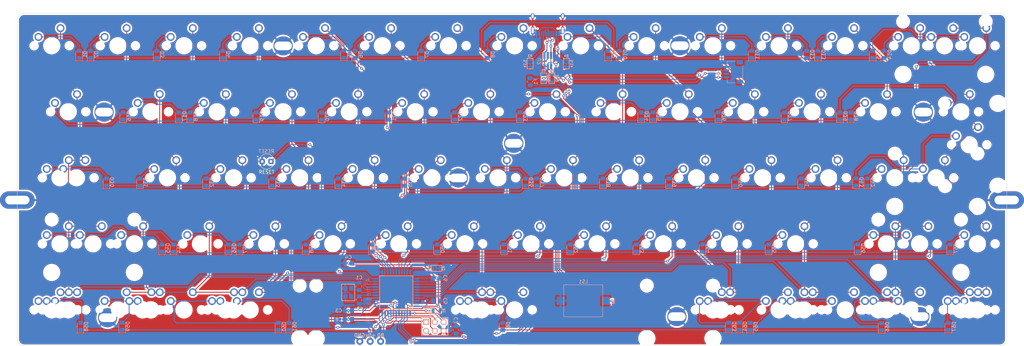
<source format=kicad_pcb>
(kicad_pcb (version 20210722) (generator pcbnew)
  (title_block (title "Anonymous Keyboard") (date "08.25.2021") (rev "0") (company "Anonymous Systems"))
  (layers (0 "F.Cu" signal) (31 "B.Cu" signal) (34 "B.Paste" user) (35 "F.Paste" user) (36 "B.SilkS" user "B.Silkscreen") (37 "F.SilkS" user "F.Silkscreen") (38 "B.Mask" user) (39 "F.Mask" user) (44 "Edge.Cuts" user))
  (net 0 "")
  (net 1 "GND")
  (net 2 "Net-(C1-Pad2)")
  (net 3 "Net-(C2-Pad2)")
  (net 4 "VCC")
  (net 5 "Net-(C8-Pad1)")
  (net 6 "row0")
  (net 7 "Net-(D1-Pad2)")
  (net 8 "Net-(D2-Pad2)")
  (net 9 "Net-(D3-Pad2)")
  (net 10 "Net-(D4-Pad2)")
  (net 11 "Net-(D5-Pad2)")
  (net 12 "Net-(D6-Pad2)")
  (net 13 "Net-(D7-Pad2)")
  (net 14 "Net-(D8-Pad2)")
  (net 15 "Net-(D9-Pad2)")
  (net 16 "Net-(D10-Pad2)")
  (net 17 "Net-(D11-Pad2)")
  (net 18 "Net-(D12-Pad2)")
  (net 19 "Net-(D13-Pad2)")
  (net 20 "Net-(D14-Pad2)")
  (net 21 "Net-(D15-Pad2)")
  (net 22 "row1")
  (net 23 "Net-(D16-Pad2)")
  (net 24 "Net-(D17-Pad2)")
  (net 25 "Net-(D18-Pad2)")
  (net 26 "Net-(D19-Pad2)")
  (net 27 "Net-(D20-Pad2)")
  (net 28 "Net-(D21-Pad2)")
  (net 29 "Net-(D22-Pad2)")
  (net 30 "Net-(D23-Pad2)")
  (net 31 "Net-(D24-Pad2)")
  (net 32 "Net-(D25-Pad2)")
  (net 33 "Net-(D26-Pad2)")
  (net 34 "Net-(D27-Pad2)")
  (net 35 "Net-(D28-Pad2)")
  (net 36 "Net-(D29-Pad2)")
  (net 37 "row2")
  (net 38 "Net-(D30-Pad2)")
  (net 39 "Net-(D31-Pad2)")
  (net 40 "Net-(D32-Pad2)")
  (net 41 "Net-(D33-Pad2)")
  (net 42 "Net-(D34-Pad2)")
  (net 43 "Net-(D35-Pad2)")
  (net 44 "Net-(D36-Pad2)")
  (net 45 "Net-(D37-Pad2)")
  (net 46 "Net-(D38-Pad2)")
  (net 47 "Net-(D39-Pad2)")
  (net 48 "Net-(D40-Pad2)")
  (net 49 "Net-(D41-Pad2)")
  (net 50 "Net-(D42-Pad2)")
  (net 51 "Net-(D43-Pad2)")
  (net 52 "row3")
  (net 53 "Net-(D44-Pad2)")
  (net 54 "Net-(D45-Pad2)")
  (net 55 "Net-(D46-Pad2)")
  (net 56 "Net-(D47-Pad2)")
  (net 57 "Net-(D48-Pad2)")
  (net 58 "Net-(D49-Pad2)")
  (net 59 "Net-(D50-Pad2)")
  (net 60 "Net-(D51-Pad2)")
  (net 61 "Net-(D52-Pad2)")
  (net 62 "Net-(D53-Pad2)")
  (net 63 "Net-(D54-Pad2)")
  (net 64 "Net-(D55-Pad2)")
  (net 65 "Net-(D56-Pad2)")
  (net 66 "Net-(D57-Pad2)")
  (net 67 "row4")
  (net 68 "Net-(D58-Pad2)")
  (net 69 "Net-(D59-Pad2)")
  (net 70 "Net-(D60-Pad2)")
  (net 71 "Net-(D61-Pad2)")
  (net 72 "Net-(D62-Pad2)")
  (net 73 "Net-(D63-Pad2)")
  (net 74 "Net-(D64-Pad2)")
  (net 75 "Net-(D65-Pad2)")
  (net 76 "Net-(D66-Pad2)")
  (net 77 "Net-(D67-Pad2)")
  (net 78 "VBUS")
  (net 79 "Net-(H1-Pad1)")
  (net 80 "D+")
  (net 81 "D-")
  (net 83 "Net-(J1-Pad4)")
  (net 84 "Net-(J1-Pad10)")
  (net 86 "MISO")
  (net 87 "SCK")
  (net 88 "MOSI")
  (net 89 "RST")
  (net 90 "col0")
  (net 91 "col1")
  (net 92 "col2")
  (net 93 "col3")
  (net 94 "col4")
  (net 95 "col5")
  (net 96 "col6")
  (net 97 "col7")
  (net 98 "col8")
  (net 99 "col9")
  (net 100 "col10")
  (net 101 "col11")
  (net 102 "col12")
  (net 103 "col13")
  (net 104 "col14")
  (net 105 "Net-(LS1-Pad1)")
  (net 106 "Net-(R2-Pad1)")
  (net 107 "/DP")
  (net 108 "Net-(R5-Pad1)")
  (net 109 "Net-(R6-Pad1)")
  (net 111 "/DN")
  (footprint "MX_Only:MXOnly-1U-NoLED" (layer "F.Cu") (at 311.94375 102.39375)
    (fp_text reference "K42")
    (fp_text value "ISO {backslash}|")
  )
  (footprint "plain60c_footprints:5.5_5x2.5mm" (layer "F.Cu") (at 85.1616 142.765)
    (fp_text reference "S8" hide)
    (fp_text value "Tofu screw")
  )
  (footprint "MX_Only:MXOnly-1.5U-NoLED" (layer "F.Cu") (at 330.99375 83.34375)
    (fp_text reference "K29")
    (fp_text value "{backslash}")
  )
  (footprint "MX_Only:MXOnly-1U-NoLED" (layer "F.Cu") (at 121.44375 102.39375)
    (fp_text reference "K32")
    (fp_text value "S")
  )
  (footprint "MX_Only:MXOnly-1.5U-NoLED" (layer "F.Cu") (at 283.36875 140.49375)
    (fp_text reference "K65-1")
    (fp_text value "mod7")
  )
  (footprint "MX_Only:MXOnly-1U-NoLED" (layer "F.Cu") (at 116.68125 83.34375)
    (fp_text reference "K18")
    (fp_text value "W")
  )
  (footprint "plain60c_footprints:5.5_5x2.5mm" (layer "F.Cu") (at 319.1616 142.44)
    (fp_text reference "S9" hide)
    (fp_text value "Tofu screw")
  )
  (footprint "MX_Only:MXOnly-2.25U-NoLED" (layer "F.Cu") (at 80.9625 121.44375)
    (fp_text reference "K44-1")
    (fp_text value "LShift")
  )
  (footprint "plain60c_footprints:10x5_7x2.5mm" (layer "F.Cu") (at 59.1616 108.82)
    (fp_text reference "S3" hide)
    (fp_text value "Screw")
  )
  (footprint "MX_Only:MXOnly-1U-NoLED" (layer "F.Cu") (at 316.70625 64.29375)
    (fp_text reference "K14")
    (fp_text value "Backspace 1u")
  )
  (footprint "plain60c_footprints:5.5_5x2.5mm" (layer "F.Cu") (at 250.0366 64.29)
    (fp_text reference "S10" hide)
    (fp_text value "Screw")
  )
  (footprint "MX_Only:MXOnly-1.25U-NoLED" (layer "F.Cu") (at 71.4375 121.44375)
    (fp_text reference "K44")
    (fp_text value "LShift")
  )
  (footprint "MX_Only:MXOnly-1U-NoLED" (layer "F.Cu") (at 92.86875 121.44375)
    (fp_text reference "K45")
    (fp_text value "ISO {backslash}|")
  )
  (footprint "MX_Only:MXOnly-1U-NoLED" (layer "F.Cu") (at 192.88125 83.34375)
    (fp_text reference "K22")
    (fp_text value "Y")
  )
  (footprint "MX_Only:MXOnly-1.25U-NoLED" (layer "F.Cu") (at 71.4375 140.49375)
    (fp_text reference "K58-2")
    (fp_text value "mod1")
  )
  (footprint "MX_Only:MXOnly-1U-NoLED" (layer "F.Cu") (at 178.59375 102.39375)
    (fp_text reference "K35")
    (fp_text value "G")
  )
  (footprint "MX_Only:MXOnly-1U-NoLED" (layer "F.Cu") (at 145.25625 64.29375)
    (fp_text reference "K5")
    (fp_text value "4")
  )
  (footprint "plain60c_footprints:free_pin" (layer "F.Cu") (at 160.8116 149.59)
    (fp_text reference "H3" hide)
    (fp_text value "+5v")
  )
  (footprint "MX_Only:MXOnly-1U-NoLED" (layer "F.Cu") (at 335.75625 140.49375)
    (fp_text reference "K67")
    (fp_text value "mod9")
  )
  (footprint "MX_Only:MXOnly-1U-NoLED" (layer "F.Cu") (at 235.74375 102.39375)
    (fp_text reference "K38")
    (fp_text value "K")
  )
  (footprint "MX_Only:MXOnly-1U-NoLED" (layer "F.Cu") (at 107.15625 140.49375)
    (fp_text reference "K60")
    (fp_text value "mod3")
  )
  (footprint "plain60c_footprints:5.5_5x2.5mm" (layer "F.Cu") (at 84.1616 83.44)
    (fp_text reference "S6" hide)
    (fp_text value "Screw")
  )
  (footprint "MX_Only:MXOnly-1U-NoLED" (layer "F.Cu") (at 130.96875 121.44375)
    (fp_text reference "K47")
    (fp_text value "X")
  )
  (footprint "CustomFootprints:ResetPins" (layer "F.Cu") (at 130.9624 93.6244)
    (fp_text reference "SW1")
    (fp_text value "RESET")
  )
  (footprint "MX_Only:MXOnly-1U-NoLED" (layer "F.Cu") (at 297.65625 140.49375)
    (fp_text reference "K65")
    (fp_text value "mod7")
  )
  (footprint "MX_Only:MXOnly-1U-NoLED" (layer "F.Cu") (at 307.18125 140.49375)
    (fp_text reference "K66-1")
    (fp_text value "mod8")
  )
  (footprint "MX_Only:MXOnly-1U-NoLED" (layer "F.Cu") (at 221.45625 64.29375)
    (fp_text reference "K9")
    (fp_text value "8")
  )
  (footprint "MX_Only:MXOnly-1U-NoLED" (layer "F.Cu") (at 292.89375 102.39375)
    (fp_text reference "K41")
    (fp_text value "'")
  )
  (footprint "MX_Only:MXOnly-1U-NoLED" (layer "F.Cu") (at 107.15625 64.29375)
    (fp_text reference "K3")
    (fp_text value "2")
  )
  (footprint "MX_Only:MXOnly-1.75U-NoLED" (layer "F.Cu") (at 309.5625 121.44375)
    (fp_text reference "K56")
    (fp_text value "RShift")
  )
  (footprint "MX_Only:MXOnly-1U-NoLED" (layer "F.Cu") (at 269.08125 83.34375)
    (fp_text reference "K26")
    (fp_text value "P")
  )
  (footprint "MX_Only:MXOnly-1U-NoLED" (layer "F.Cu") (at 173.83125 83.34375)
    (fp_text reference "K21")
    (fp_text value "T")
  )
  (footprint "MX_Only:MXOnly-1U-NoLED" (layer "F.Cu") (at 335.75625 64.29375)
    (fp_text reference "K15")
    (fp_text value "Del")
  )
  (footprint "MX_Only:MXOnly-1U-NoLED" (layer "F.Cu") (at 307.18125 83.34375)
    (fp_text reference "K28")
    (fp_text value "]")
  )
  (footprint "MX_Only:MXOnly-1U-NoLED" (layer "F.Cu") (at 126.20625 64.29375)
    (fp_text reference "K4")
    (fp_text value "3")
  )
  (footprint "MX_Only:MXOnly-1.5U-NoLED" (layer "F.Cu") (at 73.81875 83.34375)
    (fp_text reference "K16")
    (fp_text value "Tab")
  )
  (footprint "MX_Only:MXOnly-1U-NoLED" (layer "F.Cu") (at 97.63125 140.49375)
    (fp_text reference "K59-1")
    (fp_text value "mod2")
  )
  (footprint "MX_Only:MXOnly-1U-NoLED" (layer "F.Cu") (at 135.73125 83.34375)
    (fp_text reference "K19")
    (fp_text value "E")
  )
  (footprint "MX_Only:MXOnly-1U-NoLED" (layer "F.Cu") (at 188.11875 121.44375)
    (fp_text reference "K50")
    (fp_text value "B")
  )
  (footprint "MX_Only:MXOnly-1.25U-NoLED" (layer "F.Cu") (at 261.9375 140.49375)
    (fp_text reference "K64-1")
    (fp_text value "mod6")
  )
  (footprint "MX_Only:MXOnly-1U-NoLED" (layer "F.Cu") (at 88.10625 140.49375)
    (fp_text reference "K59")
    (fp_text value "mod2")
  )
  (footprint "MX_Only:MXOnly-2U-NoLED" (layer "F.Cu") (at 326.23125 64.29375)
    (fp_text reference "K15-1")
    (fp_text value "Backspace")
  )
  (footprint "plain60c_footprints:5.5_5x2.5mm" (layer "F.Cu") (at 249.1616 142.44)
    (fp_text reference "S1" hide)
    (fp_text value "Screw")
  )
  (footprint "MX_Only:MXOnly-1U-NoLED" (layer "F.Cu") (at 264.31875 121.44375)
    (fp_text reference "K54")
    (fp_text value ".")
  )
  (footprint "MX_Only:MXOnly-1.25U-NoLED" (layer "F.Cu") (at 285.75 140.49375)
    (fp_text reference "K65-2")
    (fp_text value "mod7")
  )
  (footprint "plain60c_footprints:5.5_5x2.5mm" (layer "F.Cu") (at 186.1616 102.44)
    (fp_text reference "S2" hide)
    (fp_text value "Screw")
  )
  (footprint "MX_Only:MXOnly-1U-NoLED" (layer "F.Cu") (at 154.78125 83.34375)
    (fp_text reference "K20")
    (fp_text value "R")
  )
  (footprint "MX_Only:MXOnly-1U-NoLED" (layer "F.Cu") (at 278.60625 140.49375)
    (fp_text reference "K64")
    (fp_text value "mod6")
  )
  (footprint "MX_Only:MXOnly-1U-NoLED" (layer "F.Cu") (at 207.16875 121.44375)
    (fp_text reference "K51")
    (fp_text value "N")
  )
  (footprint "MX_Only:MXOnly-1.25U-NoLED" (layer "F.Cu") (at 333.375 140.49375)
    (fp_text reference "K67-2")
    (fp_text value "mod9")
  )
  (footprint "MX_Only:MXOnly-1.25U-NoLED" (layer "F.Cu") (at 71.4375 102.39375)
    (fp_text reference "K30-1")
    (fp_text value "Stepped Caps")
  )
  (footprint "plain60c_footprints:free_pin" (layer "F.Cu") (at 163.8116 149.59)
    (fp_text reference "H1" hide)
    (fp_text value "B0")
  )
  (footprint "MX_Only:MXOnly-1U-NoLED" (layer "F.Cu") (at 230.98125 83.34375)
    (fp_text reference "K24")
    (fp_text value "I")
  )
  (footprint "MX_Only:MXOnly-ISO-NoLED" (layer "F.Cu") (at 333.375 92.86875)
    (fp_text reference "K43-1")
    (fp_text value "ISO Enter")
  )
  (footprint "plain60c_footprints:5.5_5x2.5mm" (layer "F.Cu") (at 320.1616 83.44)
    (fp_text reference "S4" hide)
    (fp_text value "Screw")
  )
  (footprint "MX_Only:MXOnly-2.75U-NoLED" (layer "F.Cu") (at 319.0875 121.44375)
    (fp_text reference "K56-1")
    (fp_text value "RShift")
  )
  (footprint "MX_Only:MXOnly-6U-Centered-NoLED" (layer "F.Cu") (at 192.88125 140.49375)
    (fp_text reference "K62")
    (fp_text value "Space")
  )
  (footprint "plain60c_footprints:5.5_5x2.5mm" (layer "F.Cu") (at 202.1616 92.44)
    (fp_text reference "S7" hide)
    (fp_text value "Tofu screw")
  )
  (footprint "MX_Only:MXOnly-1U-NoLED" (layer "F.Cu") (at 159.54375 102.39375)
    (fp_text reference "K34")
    (fp_text value "F")
  )
  (footprint "MX_Only:MXOnly-1.25U-NoLED" (layer "F.Cu") (at 119.0625 140.49375)
    (fp_text reference "K60-2")
    (fp_text value "mod3")
  )
  (footprint "MX_Only:MXOnly-1U-NoLED" (layer "F.Cu") (at 259.55625 140.49375)
    (fp_text reference "K63")
    (fp_text value "mod5")
  )
  (footprint "MX_Only:MXOnly-1U-NoLED" (layer "F.Cu") (at 88.10625 64.29375)
    (fp_text reference "K2")
    (fp_text value "1")
  )
  (footprint "MX_Only:MXOnly-1U-NoLED" (layer "F.Cu") (at 164.30625 64.29375)
    (fp_text reference "K6")
    (fp_text value "5")
  )
  (footprint "MX_Only:MXOnly-1U-NoLED" (layer "F.Cu") (at 169.06875 121.44375)
    (fp_text reference "K49")
    (fp_text value "V")
  )
  (footprint "plain60c_footprints:5.5_5x2.5mm" (layer "F.Cu") (at 135.7366 64.34)
    (fp_text reference "S11" hide)
    (fp_text value "Screw")
  )
  (footprint "MX_Only:MXOnly-7U-NoLED" (layer "F.Cu") (at 202.40625 140.49375)
    (fp_text reference "K62-1")
    (fp_text value "Space")
  )
  (footprint "MX_Only:MXOnly-1.25U-NoLED" (layer "F.Cu") (at 95.25 140.49375)
    (fp_text reference "K59-2")
    (fp_text value "mod2")
  )
  (footprint "MX_Only:MXOnly-1U-NoLED" (layer "F.Cu") (at 197.64375 102.39375)
    (fp_text reference "K36")
    (fp_text value "H")
  )
  (footprint "MX_Only:MXOnly-1U-NoLED" (layer "F.Cu") (at 202.40625 64.29375)
    (fp_text reference "K8")
    (fp_text value "7")
  )
  (footprint "MX_Only:MXOnly-1U-NoLED" (layer "F.Cu") (at 150.01875 121.44375)
    (fp_text reference "K48")
    (fp_text value "C")
  )
  (footprint "MX_Only:MXOnly-1U-NoLED" (layer "F.Cu") (at 273.84375 102.39375)
    (fp_text reference "K40")
    (fp_text value ";")
  )
  (footprint "MX_Only:MXOnly-1.5U-NoLED" (layer "F.Cu") (at 73.81875 140.49375)
    (fp_text reference "K58-1")
    (fp_text value "mod1")
  )
  (footprint "MX_Only:MXOnly-1U-NoLED" (layer "F.Cu") (at 316.70625 140.49375)
    (fp_text reference "K66")
    (fp_text value "mod8")
  )
  (footprint "MX_Only:MXOnly-6.25U-NoLED" (layer "F.Cu") (at 190.5 140.49375)
    (fp_text reference "K62-2")
    (fp_text value "Space")
  )
  (footprint "MX_Only:MXOnly-2.25U-NoLED" (layer "F.Cu") (at 323.85 102.39375)
    (fp_text reference "K43")
    (fp_text value "Enter")
  )
  (footprint "MX_Only:MXOnly-1U-NoLED" (layer "F.Cu") (at 288.13125 83.34375)
    (fp_text reference "K27")
    (fp_text value "[")
  )
  (footprint "MX_Only:MXOnly-1U-NoLED" (layer "F.Cu") (at 335.75625 121.44375)
    (fp_text reference "K57")
    (fp_text value "FN")
  )
  (footprint "MX_Only:MXOnly-1U-NoLED" (layer "F.Cu") (at 297.65625 64.29375)
    (fp_text reference "K13")
    (fp_text value "=")
  )
  (footprint "MX_Only:MXOnly-1U-NoLED" (layer "F.Cu") (at 245.26875 121.44375)
    (fp_text reference "K53")
    (fp_text value ",")
  )
  (footprint "MX_Only:MXOnly-1U-NoLED" (layer "F.Cu") (at 97.63125 83.34375)
    (fp_text reference "K17")
    (fp_text value "Q")
  )
  (footprint "MX_Only:MXOnly-1U-NoLED" (layer "F.Cu") (at 211.93125 83.34375)
    (fp_text reference "K23")
    (fp_text value "U")
  )
  (footprint "MX_Only:MXOnly-1U-NoLED" (layer "F.Cu") (at 140.49375 102.39375)
    (fp_text reference "K33")
    (fp_text value "D")
  )
  (footprint "MX_Only:MXOnly-1U-NoLED" (layer "F.Cu") (at 69.05625 140.49375)
    (fp_text reference "K58")
    (fp_text value "mod1")
  )
  (footprint "MX_Only:MXOnly-1U-NoLED" (layer "F.Cu") (at 254.79375 102.39375)
    (fp_text reference "K39")
    (fp_text value "L")
  )
  (footprint "MX_Only:MXOnly-1.5U-NoLED" (layer "F.Cu") (at 121.44375 140.49375)
    (fp_text reference "K60-1")
    (fp_text value "mod3")
  )
  (footprint "MX_Only:MXOnly-1U-NoLED" (layer "F.Cu") (at 183.35625 64.29375)
    (fp_text reference "K7")
    (fp_text value "6")
  )
  (footprint "plain60c_footprints:free_pin" (layer "F.Cu") (at 157.8116 149.59)
    (fp_text reference "H2" hide)
    (fp_text value "GND")
  )
  (footprint "MX_Only:MXOnly-1U-NoLED" (layer "F.Cu") (at 283.36875 121.44375)
    (fp_text reference "K55")
    (fp_text value "{slash}")
  )
  (footprint "MX_Only:MXOnly-1U-NoLED" (layer "F.Cu") (at 111.91875 121.44375)
    (fp_text reference "K46")
    (fp_text value "Z")
  )
  (footprint "plain60c_footprints:10x5_7x2.5mm" (layer "F.Cu") (at 344.1616 108.82)
    (fp_text reference "S5" hide)
    (fp_text value "Screw")
  )
  (footprint "MX_Only:MXOnly-1.5U-NoLED" (layer "F.Cu") (at 330.99375 140.49375)
    (fp_text reference "K67-1")
    (fp_text value "mod9")
  )
  (footprint "MX_Only:MXOnly-1U-NoLED" (layer "F.Cu") (at 250.03125 83.34375)
    (fp_text reference "K25")
    (fp_text value "O")
  )
  (footprint "MX_Only:MXOnly-1U-NoLED" (layer "F.Cu") (at 102.39375 102.39375)
    (fp_text reference "K31")
    (fp_text value "A")
  )
  (footprint "MX_Only:MXOnly-1U-NoLED" (layer "F.Cu") (at 259.55625 64.29375)
    (fp_text reference "K11")
    (fp_text value "0")
  )
  (footprint "MX_Only:MXOnly-1U-NoLED" (layer "F.Cu") (at 226.21875 121.44375)
    (fp_text reference "K52")
    (fp_text value "M")
  )
  (footprint "MX_Only:MXOnly-1U-NoLED" (layer "F.Cu") (at 278.60625 64.29375)
    (fp_text reference "K12")
    (fp_text value "-")
  )
  (footprint "MX_Only:MXOnly-1.25U-NoLED" (layer "F.Cu") (at 309.5625 140.49375)
    (fp_text reference "K66-2")
    (fp_text value "mod8")
  )
  (footprint "MX_Only:MXOnly-1.75U-NoLED" (layer "F.Cu") (at 76.2 102.39375)
    (fp_text reference "K30")
    (fp_text value "Caps")
  )
  (footprint "MX_Only:MXOnly-1U-NoLED" (layer "F.Cu") (at 216.69375 102.39375)
    (fp_text reference "K37")
    (fp_text value "J")
  )
  (footprint "MX_Only:MXOnly-1U-NoLED" (layer "F.Cu") (at 240.50625 64.29375)
    (fp_text reference "K10")
    (fp_text value "9")
  )
  (footprint "MX_Only:MXOnly-1U-NoLED" (layer "F.Cu") (at 126.20625 140.49375)
    (fp_text reference "K61")
    (fp_text value "mod4")
  )
  (footprint "MX_Only:MXOnly-1U-NoLED" (layer "F.Cu") (at 69.05625 64.29375)
    (fp_text reference "K1")
    (fp_text value "Esc")
  )
  (footprint "Diode_SMD:D_0805_2012Metric_Pad1.15x1.40mm_HandSolder" (layer "B.Cu") (at 175.514 66.802 90)
    (fp_text reference "D7")
    (fp_text value "D" hide)
  )
  (footprint "Keebio-Parts:AST1109MLTRQ" (layer "B.Cu") (at 222.1992 137.8712 180)
    (fp_text reference "LS1")
    (fp_text value "Speaker")
  )
  (footprint "Diode_SMD:D_0805_2012Metric_Pad1.15x1.40mm_HandSolder" (layer "B.Cu") (at 208.788 103.632 90)
    (fp_text reference "D37")
    (fp_text value "D" hide)
  )
  (footprint "Diode_SMD:D_0805_2012Metric_Pad1.15x1.40mm_HandSolder" (layer "B.Cu") (at 256.54 122.673008 90)
    (fp_text reference "D54")
    (fp_text value "D" hide)
  )
  (footprint "Diode_SMD:D_0805_2012Metric_Pad1.15x1.40mm_HandSolder" (layer "B.Cu") (at 205.5616 103.632 90)
    (fp_text reference "D36")
    (fp_text value "D" hide)
  )
  (footprint "Diode_SMD:D_0805_2012Metric_Pad1.15x1.40mm_HandSolder" (layer "B.Cu") (at 265.938 103.632 90)
    (fp_text reference "D40")
    (fp_text value "D" hide)
  )
  (footprint "Diode_SMD:D_0805_2012Metric_Pad1.15x1.40mm_HandSolder" (layer "B.Cu") (at 198.9836 145.288 90)
    (fp_text reference "D62")
    (fp_text value "D" hide)
  )
  (footprint "Diode_SMD:D_0805_2012Metric_Pad1.15x1.40mm_HandSolder" (layer "B.Cu") (at 242.316 84.582 90)
    (fp_text reference "D25")
    (fp_text value "D" hide)
  )
  (footprint "Diode_SMD:D_0805_2012Metric_Pad1.15x1.40mm_HandSolder" (layer "B.Cu") (at 128.016 84.582 90)
    (fp_text reference "D19")
    (fp_text value "D" hide)
  )
  (footprint "keyboard_parts:FA-238" (layer "B.Cu") (at 154.47 135.466 -90)
    (fp_text reference "X1" hide)
    (fp_text value "XTAL_GND" hide)
  )
  (footprint "Diode_SMD:D_0805_2012Metric_Pad1.15x1.40mm_HandSolder" (layer "B.Cu") (at 153.2616 66.765 90)
    (fp_text reference "D5")
    (fp_text value "D" hide)
  )
  (footprint "Diode_SMD:D_0805_2012Metric_Pad1.15x1.40mm_HandSolder" (layer "B.Cu") (at 270.764 66.802 90)
    (fp_text reference "D11")
    (fp_text value "D" hide)
  )
  (footprint "Diode_SMD:D_0805_2012Metric_Pad1.15x1.40mm_HandSolder" (layer "B.Cu") (at 99.314 66.802 90)
    (fp_text reference "D3")
    (fp_text value "D" hide)
  )
  (footprint "Diode_SMD:D_0805_2012Metric_Pad1.15x1.40mm_HandSolder" (layer "B.Cu") (at 146.812 84.582 90)
    (fp_text reference "D20")
    (fp_text value "D" hide)
  )
  (footprint "Diode_SMD:D_0805_2012Metric_Pad1.15x1.40mm_HandSolder" (layer "B.Cu") (at 286.5616 66.802 90)
    (fp_text reference "D12")
    (fp_text value "D" hide)
  )
  (footprint "Diode_SMD:D_0805_2012Metric_Pad1.15x1.40mm_HandSolder" (layer "B.Cu") (at 237.49 122.682 90)
    (fp_text reference "D53")
    (fp_text value "D" hide)
  )
  (footprint "Diode_SMD:D_0805_2012Metric_Pad1.15x1.40mm_HandSolder" (layer "B.Cu") (at 308.864 66.802 90)
    (fp_text reference "D14")
    (fp_text value "D" hide)
  )
  (footprint "Capacitor_SMD:C_0805_2012Metric_Pad1.18x1.45mm_HandSolder" (layer "B.Cu") (at 157.613 133.731 -90)
    (fp_text reference "C1")
    (fp_text value "22p")
  )
  (footprint "Capacitor_SMD:C_0805_2012Metric_Pad1.18x1.45mm_HandSolder" (layer "B.Cu") (at 185.5216 146.304 90)
    (fp_text reference "C7")
    (fp_text value "4.7u")
  )
  (footprint "Diode_SMD:D_0805_2012Metric_Pad1.15x1.40mm_HandSolder" (layer "B.Cu") (at 308.1616 145.365 90)
    (fp_text reference "D66")
    (fp_text value "D" hide)
  )
  (footprint "Diode_SMD:D_0805_2012Metric_Pad1.15x1.40mm_HandSolder" (layer "B.Cu") (at 300.736 103.632 90)
    (fp_text reference "D43")
    (fp_text value "D" hide)
  )
  (footprint "Diode_SMD:D_0805_2012Metric_Pad1.15x1.40mm_HandSolder" (layer "B.Cu") (at 77.3616 145.288 90)
    (fp_text reference "D58")
    (fp_text value "D" hide)
  )
  (footprint "Diode_SMD:D_0805_2012Metric_Pad1.15x1.40mm_HandSolder" (layer "B.Cu") (at 301.244 122.682 90)
    (fp_text reference "D56")
    (fp_text value "D" hide)
  )
  (footprint "Diode_SMD:D_0805_2012Metric_Pad1.15x1.40mm_HandSolder" (layer "B.Cu") (at 304.038 103.632 90)
    (fp_text reference "D42")
    (fp_text value "D" hide)
  )
  (footprint "Diode_SMD:D_0805_2012Metric_Pad1.15x1.40mm_HandSolder" (layer "B.Cu") (at 275.59 122.682 90)
    (fp_text reference "D55")
    (fp_text value "D" hide)
  )
  (footprint "Diode_SMD:D_0805_2012Metric_Pad1.15x1.40mm_HandSolder" (layer "B.Cu") (at 264.1136 145.24 90)
    (fp_text reference "D63")
    (fp_text value "D" hide)
  )
  (footprint "Diode_SMD:D_0805_2012Metric_Pad1.15x1.40mm_HandSolder" (layer "B.Cu") (at 227.838 103.632 90)
    (fp_text reference "D38")
    (fp_text value "D" hide)
  )
  (footprint "Diode_SMD:D_0805_2012Metric_Pad1.15x1.40mm_HandSolder" (layer "B.Cu") (at 299.212 84.582 90)
    (fp_text reference "D28")
    (fp_text value "D" hide)
  )
  (footprint "Resistor_SMD:R_0805_2012Metric_Pad1.20x1.40mm_HandSolder" (layer "B.Cu") (at 206.8616 74.671006 90)
    (fp_text reference "F1")
    (fp_text value "Polyfuse")
  )
  (footprint "Diode_SMD:D_0805_2012Metric_Pad1.15x1.40mm_HandSolder" (layer "B.Cu") (at 305.562 66.802 90)
    (fp_text reference "D15")
    (fp_text value "D" hide)
  )
  (footprint "Diode_SMD:D_0805_2012Metric_Pad1.15x1.40mm_HandSolder" (layer "B.Cu") (at 108.966 84.582 90)
    (fp_text reference "D18")
    (fp_text value "D" hide)
  )
  (footprint "Diode_SMD:D_0805_2012Metric_Pad1.15x1.40mm_HandSolder" (layer "B.Cu") (at 89.3616 145.24 90)
    (fp_text reference "D59")
    (fp_text value "D" hide)
  )
  (footprint "Keebio-Parts:R_0805" (layer "B.Cu") (at 179.9336 128.524)
    (fp_text reference "R2")
    (fp_text value "10k")
  )
  (footprint "Diode_SMD:D_0805_2012Metric_Pad1.15x1.40mm_HandSolder" (layer "B.Cu") (at 229.362 66.802 90)
    (fp_text reference "D9")
    (fp_text value "D" hide)
  )
  (footprint "Keebio-Parts:R_0805" (layer "B.Cu") (at 179.9336 140.716 180)
    (fp_text reference "R1")
    (fp_text value "10k")
  )
  (footprint "Diode_SMD:D_0805_2012Metric_Pad1.15x1.40mm_HandSolder" (layer "B.Cu") (at 261.112 84.582 90)
    (fp_text reference "D26")
    (fp_text value "D" hide)
  )
  (footprint "Diode_SMD:D_0805_2012Metric_Pad1.15x1.40mm_HandSolder" (layer "B.Cu") (at 327.3616 145.288 90)
    (fp_text reference "D67")
    (fp_text value "D" hide)
  )
  (footprint "Keebio-Parts:HRO-TYPE-C-31-M-12-Assembly" (layer "B.Cu") (at 211.93125 53.0995)
    (fp_text reference "J1")
    (fp_text value "HRO-TYPE-C-31-M-12")
  )
  (footprint "Diode_SMD:D_0805_2012Metric_Pad1.15x1.40mm_HandSolder" (layer "B.Cu") (at 84.836 103.632 90)
    (fp_text reference "D30")
    (fp_text value "D" hide)
  )
  (footprint "Connector_JST:JST_SH_SM04B-SRSS-TB_1x04-1MP_P1.00mm_Horizontal" (layer "B.Cu") (at 265.43 71.882 -90)
    (fp_text reference "J3")
    (fp_text value "ai03_ud")
  )
  (footprint "Diode_SMD:D_0805_2012Metric_Pad1.15x1.40mm_HandSolder" (layer "B.Cu") (at 185.166 84.582 90)
    (fp_text reference "D22")
    (fp_text value "D" hide)
  )
  (footprint "Diode_SMD:D_0805_2012Metric_Pad1.15x1.40mm_HandSolder" (layer "B.Cu") (at 284.988 103.632 90)
    (fp_text reference "D41")
    (fp_text value "D" hide)
  )
  (footprint "Diode_SMD:D_0805_2012Metric_Pad1.15x1.40mm_HandSolder" (layer "B.Cu") (at 156.464 66.802 90)
    (fp_text reference "D6")
    (fp_text value "D" hide)
  )
  (footprint "Diode_SMD:D_0805_2012Metric_Pad1.15x1.40mm_HandSolder" (layer "B.Cu") (at 119.9616 122.682 90)
    (fp_text reference "D46")
    (fp_text value "D" hide)
  )
  (footprint "Diode_SMD:D_0805_2012Metric_Pad1.15x1.40mm_HandSolder" (layer "B.Cu") (at 180.086 122.682 90)
    (fp_text reference "D50")
    (fp_text value "D" hide)
  )
  (footprint "Diode_SMD:D_0805_2012Metric_Pad1.15x1.40mm_HandSolder" (layer "B.Cu") (at 134.366 145.288 90)
    (fp_text reference "D60")
    (fp_text value "D" hide)
  )
  (footprint "Diode_SMD:D_0805_2012Metric_Pad1.15x1.40mm_HandSolder" (layer "B.Cu") (at 246.888 103.632 90)
    (fp_text reference "D39")
    (fp_text value "D" hide)
  )
  (footprint "Diode_SMD:D_0805_2012Metric_Pad1.15x1.40mm_HandSolder" (layer "B.Cu") (at 161.29 122.682 90)
    (fp_text reference "D49")
    (fp_text value "D" hide)
  )
  (footprint "Capacitor_SMD:C_0805_2012Metric_Pad1.18x1.45mm_HandSolder" (layer "B.Cu") (at 154.5336 143.256 180)
    (fp_text reference "C8")
    (fp_text value "1u")
  )
  (footprint "Diode_SMD:D_0805_2012Metric_Pad1.15x1.40mm_HandSolder" (layer "B.Cu") (at 232.664 66.802 90)
    (fp_text reference "D10")
    (fp_text value "D" hide)
  )
  (footprint "Capacitor_SMD:C_0805_2012Metric_Pad1.18x1.45mm_HandSolder" (layer "B.Cu") (at 179.9336 131.318)
    (fp_text reference "C6")
    (fp_text value "0.1u")
  )
  (footprint "Diode_SMD:D_0805_2012Metric_Pad1.15x1.40mm_HandSolder" (layer "B.Cu") (at 194.564 66.802 90)
    (fp_text reference "D8")
    (fp_text value "D" hide)
  )
  (footprint "Diode_SMD:D_0805_2012Metric_Pad1.15x1.40mm_HandSolder" (layer "B.Cu") (at 267.1616 145.24 90)
    (fp_text reference "D64")
    (fp_text value "D" hide)
  )
  (footprint "Keebio-Parts:R_0805" (layer "B.Cu") (at 217.297 69.454 -90)
    (fp_text reference "R4")
    (fp_text value "5.1k")
  )
  (footprint "Keebio-Parts:R_0805" (layer "B.Cu") (at 206.883 69.454 -90)
    (fp_text reference "R3")
    (fp_text value "5.1k")
  )
  (footprint "Diode_SMD:D_0805_2012Metric_Pad1.15x1.40mm_HandSolder" (layer "B.Cu") (at 151.638 103.632 90)
    (fp_text reference "D34")
    (fp_text value "D" hide)
  )
  (footprint "Diode_SMD:D_0805_2012Metric_Pad1.15x1.40mm_HandSolder" (layer "B.Cu") (at 166.116 84.582 90)
    (fp_text reference "D21")
    (fp_text value "D" hide)
  )
  (footprint "Diode_SMD:D_0805_2012Metric_Pad1.15x1.40mm_HandSolder" (layer "B.Cu") (at 80.264 66.802 90)
    (fp_text reference "D2")
    (fp_text value "D" hide)
  )
  (footprint "Keebio-Parts:ATMEGA32U4-AU" (layer "B.Cu") (at 168.30675 135.47725 90)
    (fp_text reference "U1")
    (fp_text value "ATmega32U4")
  )
  (footprint "Diode_SMD:D_0805_2012Metric_Pad1.15x1.40mm_HandSolder" (layer "B.Cu") (at 137.414 145.288 90)
    (fp_text reference "D61")
    (fp_text value "D" hide)
  )
  (footprint "Capacitor_SMD:C_0805_2012Metric_Pad1.18x1.45mm_HandSolder" (layer "B.Cu") (at 179.9336 137.922)
    (fp_text reference "C5")
    (fp_text value "0.1u")
  )
  (footprint "Diode_SMD:D_0805_2012Metric_Pad1.15x1.40mm_HandSolder" (layer "B.Cu") (at 113.538 103.632 90)
    (fp_text reference "D32")
    (fp_text value "D" hide)
  )
  (footprint "Diode_SMD:D_0805_2012Metric_Pad1.15x1.40mm_HandSolder" (layer "B.Cu") (at 76.962 66.793 90)
    (fp_text reference "D1")
    (fp_text value "D" hide)
  )
  (footprint "Diode_SMD:D_0805_2012Metric_Pad1.15x1.40mm_HandSolder" (layer "B.Cu") (at 280.162 84.582 90)
    (fp_text reference "D27")
    (fp_text value "D" hide)
  )
  (footprint "Capacitor_SMD:C_0805_2012Metric_Pad1.18x1.45mm_HandSolder" (layer "B.Cu") (at 154.5336 140.716 180)
    (fp_text reference "C3")
    (fp_text value "0.1u")
  )
  (footprint "Diode_SMD:D_0805_2012Metric_Pad1.15x1.40mm_HandSolder" (layer "B.Cu") (at 104.1616 122.682 90)
    (fp_text reference "D44")
    (fp_text value "D" hide)
  )
  (footprint "Keebio-Parts:R_0805" (layer "B.Cu") (at 213.106 73.671006 -90)
    (fp_text reference "R6")
    (fp_text value "22Ω")
  )
  (footprint "Keebio-Parts:R_0805" (layer "B.Cu") (at 210.82 73.671006 -90)
    (fp_text reference "R5")
    (fp_text value "22Ω")
  )
  (footprint "Diode_SMD:D_0805_2012Metric_Pad1.15x1.40mm_HandSolder" (layer "B.Cu") (at 123.19 122.682 90)
    (fp_text reference "D47")
    (fp_text value "D" hide)
  )
  (footprint "Diode_SMD:D_0805_2012Metric_Pad1.15x1.40mm_HandSolder" (layer "B.Cu") (at 270.256 145.288 90)
    (fp_text reference "D65")
    (fp_text value "D" hide)
  )
  (footprint "Diode_SMD:D_0805_2012Metric_Pad1.15x1.40mm_HandSolder" (layer "B.Cu") (at 218.44 122.682 90)
    (fp_text reference "D52")
    (fp_text value "D" hide)
  )
  (footprint "Diode_SMD:D_0805_2012Metric_Pad1.15x1.40mm_HandSolder" (layer "B.Cu") (at 94.488 103.632 90)
    (fp_text reference "D31")
    (fp_text value "D" hide)
  )
  (footprint "Capacitor_SMD:C_0805_2012Metric_Pad1.18x1.45mm_HandSolder" (layer "B.Cu") (at 157.613 137.671 90)
    (fp_text reference "C2")
    (fp_text value "22p")
  )
  (footprint "Diode_SMD:D_0805_2012Metric_Pad1.15x1.40mm_HandSolder" (layer "B.Cu") (at 199.39 122.682 90)
    (fp_text reference "D51")
    (fp_text value "D" hide)
  )
  (footprint "Package_TO_SOT_SMD:TSOT-23-6_HandSoldering" (layer "B.Cu") (at 211.9616 68.771006 -90)
    (fp_text reference "U2")
    (fp_text value "USBLC6-2SC6")
  )
  (footprint "Diode_SMD:D_0805_2012Metric_Pad1.15x1.40mm_HandSolder" (layer "B.Cu") (at 142.24 122.682 90)
    (fp_text reference "D48")
    (fp_text value "D" hide)
  )
  (footprint "Diode_SMD:D_0805_2012Metric_Pad1.15x1.40mm_HandSolder" (layer "B.Cu") (at 289.814 66.802 90)
    (fp_text reference "D13")
    (fp_text value "D" hide)
  )
  (footprint "Diode_SMD:D_0805_2012Metric_Pad1.15x1.40mm_HandSolder" (layer "B.Cu") (at 296.1616 84.582 90)
    (fp_text reference "D29")
    (fp_text value "D" hide)
  )
  (footprint "Diode_SMD:D_0805_2012Metric_Pad1.15x1.40mm_HandSolder" (layer "B.Cu") (at 118.364 66.802 90)
    (fp_text reference "D4")
    (fp_text value "D" hide)
  )
  (footprint "keyboard_parts:AVR_ICSP_3x2" (layer "B.Cu") (at 179.4256 145.288)
    (fp_text reference "J2" hide)
    (fp_text value "ISP" hide)
  )
  (footprint "Diode_SMD:D_0805_2012Metric_Pad1.15x1.40mm_HandSolder" (layer "B.Cu") (at 238.8616 84.582 90)
    (fp_text reference "D24")
    (fp_text value "D" hide)
  )
  (footprint "Diode_SMD:D_0805_2012Metric_Pad1.15x1.40mm_HandSolder" (layer "B.Cu") (at 327.914 122.682 90)
    (fp_text reference "D57")
    (fp_text value "D" hide)
  )
  (footprint "Capacitor_SMD:C_0805_2012Metric_Pad1.18x1.45mm_HandSolder" (layer "B.Cu") (at 154.5336 127 180)
    (fp_text reference "C4")
    (fp_text value "0.1u")
  )
  (footprint "Diode_SMD:D_0805_2012Metric_Pad1.15x1.40mm_HandSolder" (layer "B.Cu") (at 100.838 122.682 90)
    (fp_text reference "D45")
    (fp_text value "D" hide)
  )
  (footprint "Diode_SMD:D_0805_2012Metric_Pad1.15x1.40mm_HandSolder" (layer "B.Cu") (at 132.588 103.632 90)
    (fp_text reference "D33")
    (fp_text value "D" hide)
  )
  (footprint "Diode_SMD:D_0805_2012Metric_Pad1.15x1.40mm_HandSolder" (layer "B.Cu") (at 105.6616 84.582 90)
    (fp_text reference "D17")
    (fp_text value "D" hide)
  )
  (footprint "Diode_SMD:D_0805_2012Metric_Pad1.15x1.40mm_HandSolder" (layer "B.Cu") (at 203.962 84.582 90)
    (fp_text reference "D23")
    (fp_text value "D" hide)
  )
  (footprint "Diode_SMD:D_0805_2012Metric_Pad1.15x1.40mm_HandSolder" (layer "B.Cu") (at 170.688 103.632 90)
    (fp_text reference "D35")
    (fp_text value "D" hide)
  )
  (footprint "Diode_SMD:D_0805_2012Metric_Pad1.15x1.40mm_HandSolder" (layer "B.Cu") (at 89.6616 84.582 90)
    (fp_text reference "D16")
    (fp_text value "D" hide)
  )
  (gr_arc (start 61.1616 148.94) (end 59.1616 148.94) (angle -90) (layer "Edge.Cuts") (width 0.1))
  (gr_line (start 342.1616 54.94) (end 61.1616 54.94) (layer "Edge.Cuts") (width 0.1))
  (gr_arc (start 342.1616 56.94) (end 344.1616 56.94) (angle -90) (layer "Edge.Cuts") (width 0.1))
  (gr_arc (start 61.1616 56.94) (end 61.1616 54.94) (angle -90) (layer "Edge.Cuts") (width 0.1))
  (gr_arc (start 342.1616 148.94) (end 342.1616 150.94) (angle -90) (layer "Edge.Cuts") (width 0.1))
  (gr_line (start 342.1616 150.94) (end 61.1616 150.94) (layer "Edge.Cuts") (width 0.1))
  (gr_line (start 344.1616 56.94) (end 344.1616 148.94) (layer "Edge.Cuts") (width 0.1))
  (gr_line (start 59.1616 148.94) (end 59.1616 56.94) (layer "Edge.Cuts") (width 0.1))
  (segment (start 216.25125 55.6995) (end 216.25125 59.8795) (width 0.25) (layer "F.Cu") (net 1))
  (segment (start 207.61125 55.6995) (end 207.61125 59.8795) (width 0.25) (layer "F.Cu") (net 1))
  (via (at 168.572663 139.24609) (size 0.8) (drill 0.4) (layers "F.Cu" "B.Cu") (net 1))
  (via (at 183.9976 145.288) (size 0.8) (drill 0.4) (layers "F.Cu" "B.Cu") (net 1))
  (via (at 128.3716 96.266) (size 0.8) (drill 0.4) (layers "F.Cu" "B.Cu") (net 1))
  (via (at 157.3276 139.9915) (size 0.8) (drill 0.4) (layers "F.Cu" "B.Cu") (net 1))
  (via (at 176.6316 137.922) (size 0.8) (drill 0.4) (layers "F.Cu" "B.Cu") (net 1))
  (via (at 184.1616 127.64) (size 0.8) (drill 0.4) (layers "F.Cu" "B.Cu") (net 1))
  (segment (start 174.20675 138.67725) (end 175.87635 138.67725) (width 0.25) (layer "B.Cu") (net 1))
  (segment (start 183.9976 145.288) (end 183.2356 145.288) (width 0.25) (layer "B.Cu") (net 1))
  (segment (start 168.572663 139.24609) (end 169.10675 139.780177) (width 0.25) (layer "B.Cu") (net 1))
  (segment (start 129.6924 97.5868) (end 128.3716 96.266) (width 0.25) (layer "B.Cu") (net 1))
  (segment (start 180.9711 131.318) (end 180.9711 131.56125) (width 0.25) (layer "B.Cu") (net 1))
  (segment (start 172.87835 132.27725) (end 172.0596 133.096) (width 0.25) (layer "B.Cu") (net 1))
  (segment (start 155.27 136.165022) (end 153.67 134.565022) (width 0.25) (layer "B.Cu") (net 1))
  (segment (start 172.0596 137.922) (end 172.81485 138.67725) (width 0.25) (layer "B.Cu") (net 1))
  (segment (start 206.883 70.404) (end 207.457 70.404) (width 0.25) (layer "B.Cu") (net 1))
  (segment (start 172.81485 138.67725) (end 174.20675 138.67725) (width 0.25) (layer "B.Cu") (net 1))
  (segment (start 215.33625 60.7945) (end 216.25125 59.8795) (width 0.25) (layer "B.Cu") (net 1))
  (segment (start 208.889994 68.971006) (end 211.075622 68.971006) (width 0.25) (layer "B.Cu") (net 1))
  (segment (start 162.40675 137.07725) (end 161.47435 137.07725) (width 0.25) (layer "B.Cu") (net 1))
  (segment (start 172.0596 133.096) (end 172.0596 137.922) (width 0.25) (layer "B.Cu") (net 1))
  (segment (start 183.2776 128.524) (end 180.8836 128.524) (width 0.25) (layer "B.Cu") (net 1))
  (segment (start 164.30675 129.57725) (end 164.30675 136.17725) (width 0.25) (layer "B.Cu") (net 1))
  (segment (start 207.457 70.404) (end 208.889994 68.971006) (width 0.25) (layer "B.Cu") (net 1))
  (segment (start 164.30675 136.17725) (end 163.40675 137.07725) (width 0.25) (layer "B.Cu") (net 1))
  (segment (start 161.47435 137.07725) (end 158.5601 139.9915) (width 0.25) (layer "B.Cu") (net 1))
  (segment (start 215.15625 60.7945) (end 215.33625 60.7945) (width 0.25) (layer "B.Cu") (net 1))
  (segment (start 153.67 134.565022) (end 153.67 134.366) (width 0.25) (layer "B.Cu") (net 1))
  (segment (start 155.27 136.566) (end 155.27 136.165022) (width 0.25) (layer "B.Cu") (net 1))
  (segment (start 163.40675 137.07725) (end 162.40675 137.07725) (width 0.25) (layer "B.Cu") (net 1))
  (segment (start 207.61125 55.6995) (end 216.25125 55.6995) (width 0.25) (layer "B.Cu") (net 1))
  (segment (start 183.2356 145.288) (end 181.9656 146.558) (width 0.25) (layer "B.Cu") (net 1))
  (segment (start 211.963 68.083628) (end 211.963 67.744) (width 0.25) (layer "B.Cu") (net 1))
  (segment (start 183.9976 145.288) (end 184.0191 145.2665) (width 0.25) (layer "B.Cu") (net 1))
  (segment (start 180.9711 131.56125) (end 180.16483 132.36752) (width 0.25) (layer "B.Cu") (net 1))
  (segment (start 174.29702 132.36752) (end 174.20675 132.27725) (width 0.25) (layer "B.Cu") (net 1))
  (segment (start 180.16483 132.36752) (end 174.29702 132.36752) (width 0.25) (layer "B.Cu") (net 1))
  (segment (start 158.5601 139.9915) (end 157.3276 139.9915) (width 0.25) (layer "B.Cu") (net 1))
  (segment (start 211.075622 68.971006) (end 211.963 68.083628) (width 0.25) (layer "B.Cu") (net 1))
  (segment (start 184.0191 145.2665) (end 184.5056 145.2665) (width 0.25) (layer "B.Cu") (net 1))
  (segment (start 174.20675 132.27725) (end 172.87835 132.27725) (width 0.25) (layer "B.Cu") (net 1))
  (segment (start 208.70625 60.7945) (end 208.52625 60.7945) (width 0.25) (layer "B.Cu") (net 1))
  (segment (start 153.5176 127.0215) (end 153.4961 127) (width 0.25) (layer "B.Cu") (net 1))
  (segment (start 169.10675 139.780177) (end 169.10675 141.37725) (width 0.25) (layer "B.Cu") (net 1))
  (segment (start 208.52625 60.7945) (end 207.61125 59.8795) (width 0.25) (layer "B.Cu") (net 1))
  (segment (start 129.6924 97.6884) (end 129.6924 97.5868) (width 0.25) (layer "B.Cu") (net 1))
  (segment (start 184.1616 127.64) (end 183.2776 128.524) (width 0.25) (layer "B.Cu") (net 1))
  (segment (start 175.87635 138.67725) (end 176.6316 137.922) (width 0.25) (layer "B.Cu") (net 1))
  (segment (start 158.32175 135.47725) (end 162.40675 135.47725) (width 0.25) (layer "B.Cu") (net 2))
  (segment (start 155.6725 134.7685) (end 157.613 134.7685) (width 0.25) (layer "B.Cu") (net 2))
  (segment (start 157.613 134.7685) (end 158.32175 135.47725) (width 0.25) (layer "B.Cu") (net 2))
  (segment (start 155.27 134.366) (end 155.6725 134.7685) (width 0.25) (layer "B.Cu") (net 2))
  (segment (start 157.613 136.6335) (end 157.96925 136.27725) (width 0.25) (layer "B.Cu") (net 3))
  (segment (start 153.67 138.303) (end 153.67 136.566) (width 0.25) (layer "B.Cu") (net 3))
  (segment (start 157.96925 136.27725) (end 162.40675 136.27725) (width 0.25) (layer "B.Cu") (net 3))
  (segment (start 157.607 136.7575) (end 158.0935 136.271) (width 0.25) (layer "B.Cu") (net 3))
  (segment (start 157.613 136.6335) (end 157.613 136.646) (width 0.25) (layer "B.Cu") (net 3))
  (segment (start 155.956 138.303) (end 153.67 138.303) (width 0.25) (layer "B.Cu") (net 3))
  (segment (start 157.613 136.646) (end 155.956 138.303) (width 0.25) (layer "B.Cu") (net 3))
  (segment (start 216.5616 78.74) (end 216.5616 79.554) (width 0.25) (layer "F.Cu") (net 4))
  (segment (start 180.4416 139.446) (end 180.4416 131.994854) (width 0.25) (layer "F.Cu") (net 4))
  (segment (start 219.59112 99.53448) (end 219.59112 106.39248) (width 0.25) (layer "F.Cu") (net 4))
  (segment (start 187.807611 148.322339) (end 187.8076 148.32235) (width 0.25) (layer "F.Cu") (net 4))
  (segment (start 162.9156 138.43) (end 160.6296 140.716) (width 0.25) (layer "F.Cu") (net 4))
  (segment (start 231.2416 141.224) (end 228.7016 143.764) (width 0.25) (layer "F.Cu") (net 4))
  (segment (start 206.6036 143.764) (end 202.0316 148.336) (width 0.25) (layer "F.Cu") (net 4))
  (segment (start 220.746703 83.730489) (end 221.171111 84.154897) (width 0.25) (layer "F.Cu") (net 4))
  (segment (start 160.6296 140.716) (end 154.5336 140.716) (width 0.25) (layer "F.Cu") (net 4))
  (segment (start 202.017939 148.322339) (end 187.807611 148.322339) (width 0.25) (layer "F.Cu") (net 4))
  (segment (start 151.4856 145.542) (end 160.1216 145.542) (width 0.25) (layer "F.Cu") (net 4))
  (segment (start 180.4416 131.994854) (end 179.7841 131.337354) (width 0.25) (layer "F.Cu") (net 4))
  (segment (start 160.8116 146.232) (end 160.8116 149.59) (width 0.25) (layer "F.Cu") (net 4))
  (segment (start 221.171111 84.154897) (end 221.171111 97.954489) (width 0.25) (layer "F.Cu") (net 4))
  (segment (start 167.9956 138.43) (end 162.9156 138.43) (width 0.25) (layer "F.Cu") (net 4))
  (segment (start 231.2416 134.112) (end 231.2416 141.224) (width 0.25) (layer "F.Cu") (net 4))
  (segment (start 228.7016 143.764) (end 206.6036 143.764) (width 0.25) (layer "F.Cu") (net 4))
  (segment (start 220.738089 83.730489) (end 220.746703 83.730489) (width 0.25) (layer "F.Cu") (net 4))
  (segment (start 176.1236 127.508) (end 155.0416 127.508) (width 0.25) (layer "F.Cu") (net 4))
  (segment (start 221.171111 97.954489) (end 219.59112 99.53448) (width 0.25) (layer "F.Cu") (net 4))
  (segment (start 214.2236 129.032) (end 217.2716 132.08) (width 0.25) (layer "F.Cu") (net 4))
  (segment (start 216.5616 79.554) (end 220.738089 83.730489) (width 0.25) (layer "F.Cu") (net 4))
  (segment (start 155.0416 127.508) (end 154.5336 127) (width 0.25) (layer "F.Cu") (net 4))
  (segment (start 219.59112 106.39248) (end 214.2236 111.76) (width 0.25) (layer "F.Cu") (net 4))
  (segment (start 167.9956 138.43) (end 170.7896 138.43) (width 0.25) (layer "F.Cu") (net 4))
  (segment (start 214.2236 111.76) (end 214.2236 129.032) (width 0.25) (layer "F.Cu") (net 4))
  (segment (start 170.7896 138.43) (end 171.8056 139.446) (width 0.25) (layer "F.Cu") (net 4))
  (segment (start 202.0316 148.336) (end 202.017939 148.322339) (width 0.25) (layer "F.Cu") (net 4))
  (segment (start 217.2716 132.08) (end 229.2096 132.08) (width 0.25) (layer "F.Cu") (net 4))
  (segment (start 160.1216 145.542) (end 160.8116 146.232) (width 0.25) (layer "F.Cu") (net 4))
  (segment (start 179.9336 131.318) (end 176.1236 127.508) (width 0.25) (layer "F.Cu") (net 4))
  (segment (start 171.8056 139.446) (end 180.4416 139.446) (width 0.25) (layer "F.Cu") (net 4))
  (segment (start 229.2096 132.08) (end 231.2416 134.112) (width 0.25) (layer "F.Cu") (net 4))
  (via (at 171.8056 139.446) (size 0.8) (drill 0.4) (layers "F.Cu" "B.Cu") (net 4))
  (via (at 187.8076 148.32235) (size 0.8) (drill 0.4) (layers "F.Cu" "B.Cu") (net 4))
  (via (at 216.5616 78.74) (size 0.8) (drill 0.4) (layers "F.Cu" "B.Cu") (net 4))
  (via (at 180.4416 139.446) (size 0.8) (drill 0.4) (layers "F.Cu" "B.Cu") (net 4))
  (via (at 167.9956 138.43) (size 0.8) (drill 0.4) (layers "F.Cu" "B.Cu") (net 4))
  (via (at 154.5336 140.716) (size 0.8) (drill 0.4) (layers "F.Cu" "B.Cu") (net 4))
  (via (at 154.5336 127) (size 0.8) (drill 0.4) (layers "F.Cu" "B.Cu") (net 4))
  (via (at 151.4856 145.542) (size 0.8) (drill 0.4) (layers "F.Cu" "B.Cu") (net 4))
  (via (at 179.9336 131.318) (size 0.8) (drill 0.4) (layers "F.Cu" "B.Cu") (net 4))
  (segment (start 149.7076 142.494) (end 149.7076 144.526) (width 0.25) (layer "B.Cu") (net 4))
  (segment (start 153.85802 141.986) (end 150.2156 141.986) (width 0.25) (layer "B.Cu") (net 4))
  (segment (start 187.8076 148.32235) (end 186.82675 147.3415) (width 0.25) (layer "B.Cu") (net 4))
  (segment (start 187.8076 148.32235) (end 172.80795 148.32235) (width 0.25) (layer "B.Cu") (net 4))
  (segment (start 178.8961 137.922) (end 180.8836 139.9095) (width 0.25) (layer "B.Cu") (net 4))
  (segment (start 158.471318 140.716) (end 161.310068 137.87725) (width 0.25) (layer "B.Cu") (net 4))
  (segment (start 171.50675 143.30085) (end 171.50675 141.37725) (width 0.25) (layer "B.Cu") (net 4))
  (segment (start 174.366 131.318) (end 174.20675 131.47725) (width 0.25) (layer "B.Cu") (net 4))
  (segment (start 178.8961 131.318) (end 174.366 131.318) (width 0.25) (layer "B.Cu") (net 4))
  (segment (start 171.50675 139.74485) (end 171.8056 139.446) (width 0.25) (layer "B.Cu") (net 4))
  (segment (start 184.0191 147.828) (end 178.1556 147.828) (width 0.25) (layer "B.Cu") (net 4))
  (segment (start 167.50675 141.37725) (end 167.50675 138.91885) (width 0.25) (layer "B.Cu") (net 4))
  (segment (start 150.2156 141.986) (end 149.7076 142.494) (width 0.25) (layer "B.Cu") (net 4))
  (segment (start 170.2816 145.796) (end 170.2816 144.526) (width 0.25) (layer "B.Cu") (net 4))
  (segment (start 215.2616 75.671006) (end 216.5616 76.971006) (width 0.25) (layer "B.Cu") (net 4))
  (segment (start 154.5336 141.31042) (end 153.85802 141.986) (width 0.25) (layer "B.Cu") (net 4))
  (segment (start 206.8616 75.671006) (end 215.2616 75.671006) (width 0.25) (layer "B.Cu") (net 4))
  (segment (start 155.5711 127) (end 163.5295 127) (width 0.25) (layer "B.Cu") (net 4))
  (segment (start 176.60035 139.47725) (end 178.1556 137.922) (width 0.25) (layer "B.Cu") (net 4))
  (segment (start 178.1556 137.922) (end 178.8961 137.922) (width 0.25) (layer "B.Cu") (net 4))
  (segment (start 154.6831 127) (end 155.5711 127) (width 0.25) (layer "B.Cu") (net 4))
  (segment (start 171.50675 141.37725) (end 171.50675 139.74485) (width 0.25) (layer "B.Cu") (net 4))
  (segment (start 170.2816 144.526) (end 171.50675 143.30085) (width 0.25) (layer "B.Cu") (net 4))
  (segment (start 154.5336 140.716) (end 154.5336 141.31042) (width 0.25) (layer "B.Cu") (net 4))
  (segment (start 150.7236 145.542) (end 151.4856 145.542) (width 0.25) (layer "B.Cu") (net 4))
  (segment (start 172.80795 148.32235) (end 170.2816 145.796) (width 0.25) (layer "B.Cu") (net 4))
  (segment (start 165.10675 128.57725) (end 165.10675 129.57725) (width 0.25) (layer "B.Cu") (net 4))
  (segment (start 161.310068 137.87725) (end 162.40675 137.87725) (width 0.25) (layer "B.Cu") (net 4))
  (segment (start 184.5056 147.3415) (end 184.0191 147.828) (width 0.25) (layer "B.Cu") (net 4))
  (segment (start 216.5616 76.971006) (end 216.5616 78.74) (width 0.25) (layer "B.Cu") (net 4))
  (segment (start 167.50675 138.91885) (end 167.9956 138.43) (width 0.25) (layer "B.Cu") (net 4))
  (segment (start 180.8836 139.9095) (end 180.8836 140.716) (width 0.25) (layer "B.Cu") (net 4))
  (segment (start 163.5295 127) (end 165.10675 128.57725) (width 0.25) (layer "B.Cu") (net 4))
  (segment (start 178.1556 147.828) (end 176.8856 146.558) (width 0.25) (layer "B.Cu") (net 4))
  (segment (start 174.20675 139.47725) (end 176.60035 139.47725) (width 0.25) (layer "B.Cu") (net 4))
  (segment (start 154.5336 140.716) (end 155.5711 140.716) (width 0.25) (layer "B.Cu") (net 4))
  (segment (start 186.82675 147.3415) (end 184.5056 147.3415) (width 0.25) (layer "B.Cu") (net 4))
  (segment (start 179.9336 131.318) (end 178.8961 131.318) (width 0.25) (layer "B.Cu") (net 4))
  (segment (start 149.7076 144.526) (end 150.7236 145.542) (width 0.25) (layer "B.Cu") (net 4))
  (segment (start 155.5711 140.716) (end 158.471318 140.716) (width 0.25) (layer "B.Cu") (net 4))
  (segment (start 168.30675 141.37725) (end 168.30675 143.45285) (width 0.25) (layer "B.Cu") (net 5))
  (segment (start 164.1856 145.542) (end 161.8996 143.256) (width 0.25) (layer "B.Cu") (net 5))
  (segment (start 166.2176 145.542) (end 164.1856 145.542) (width 0.25) (layer "B.Cu") (net 5))
  (segment (start 161.8996 143.256) (end 155.5711 143.256) (width 0.25) (layer "B.Cu") (net 5))
  (segment (start 168.30675 143.45285) (end 166.2176 145.542) (width 0.25) (layer "B.Cu") (net 5))
  (segment (start 165.031219 125.381409) (end 165.031219 125.392381) (width 0.25) (layer "F.Cu") (net 6))
  (segment (start 166.434111 78.956511) (end 166.434111 87.972793) (width 0.25) (layer "F.Cu") (net 6))
  (segment (start 162.34912 122.936) (end 162.58581 122.936) (width 0.25) (layer "F.Cu") (net 6))
  (segment (start 171.2976 92.836282) (end 171.2976 101.6) (width 0.25) (layer "F.Cu") (net 6))
  (segment (start 162.471459 116.649859) (end 162.34912 116.772198) (width 0.25) (layer "F.Cu") (net 6))
  (segment (start 162.34912 116.772198) (end 162.34912 122.936) (width 0.25) (layer "F.Cu") (net 6))
  (segment (start 158.3436 70.866) (end 166.434111 78.956511) (width 0.25) (layer "F.Cu") (net 6))
  (segment (start 162.480073 116.649859) (end 162.471459 116.649859) (width 0.25) (layer "F.Cu") (net 6))
  (segment (start 171.2976 101.6) (end 171.2976 107.832332) (width 0.25) (layer "F.Cu") (net 6))
  (segment (start 166.434111 87.972793) (end 171.2976 92.836282) (width 0.25) (layer "F.Cu") (net 6))
  (segment (start 171.2976 107.832332) (end 162.480073 116.649859) (width 0.25) (layer "F.Cu") (net 6))
  (segment (start 162.58581 122.936) (end 165.031219 125.381409) (width 0.25) (layer "F.Cu") (net 6))
  (via (at 158.3436 70.866) (size 0.8) (drill 0.4) (layers "F.Cu" "B.Cu") (net 6))
  (via (at 165.031219 125.392381) (size 0.8) (drill 0.4) (layers "F.Cu" "B.Cu") (net 6))
  (segment (start 156.464 68.9864) (end 158.3436 70.866) (width 0.25) (layer "B.Cu") (net 6))
  (segment (start 99.314 67.827) (end 118.364 67.827) (width 0.25) (layer "B.Cu") (net 6))
  (segment (start 80.264 67.827) (end 99.314 67.827) (width 0.25) (layer "B.Cu") (net 6))
  (segment (start 175.514 67.827) (end 194.564 67.827) (width 0.25) (layer "B.Cu") (net 6))
  (segment (start 192.8876 59.944) (end 195.1866 57.645) (width 0.25) (layer "B.Cu") (net 6))
  (segment (start 153.2246 67.827) (end 153.2616 67.79) (width 0.25) (layer "B.Cu") (net 6))
  (segment (start 194.564 67.827) (end 194.3653 67.827) (width 0.25) (layer "B.Cu") (net 6))
  (segment (start 192.8876 66.3493) (end 192.8876 59.944) (width 0.25) (layer "B.Cu") (net 6))
  (segment (start 153.2986 67.827) (end 153.2616 67.79) (width 0.25) (layer "B.Cu") (net 6))
  (segment (start 165.031219 125.392381) (end 168.30675 128.667912) (width 0.25) (layer "B.Cu") (net 6))
  (segment (start 232.664 67.827) (end 229.362 67.827) (width 0.25) (layer "B.Cu") (net 6))
  (segment (start 194.3653 67.827) (end 192.8876 66.3493) (width 0.25) (layer "B.Cu") (net 6))
  (segment (start 76.962 67.818) (end 80.255 67.818) (width 0.25) (layer "B.Cu") (net 6))
  (segment (start 156.464 67.827) (end 153.2986 67.827) (width 0.25) (layer "B.Cu") (net 6))
  (segment (start 195.1866 57.645) (end 229.1966 57.645) (width 0.25) (layer "B.Cu") (net 6))
  (segment (start 232.664 67.827) (end 270.764 67.827) (width 0.25) (layer "B.Cu") (net 6))
  (segment (start 118.364 67.827) (end 153.2246 67.827) (width 0.25) (layer "B.Cu") (net 6))
  (segment (start 230.9876 66.548) (end 229.7086 67.827) (width 0.25) (layer "B.Cu") (net 6))
  (segment (start 230.9876 59.436) (end 230.9876 66.548) (width 0.25) (layer "B.Cu") (net 6))
  (segment (start 156.464 67.827) (end 175.514 67.827) (width 0.25) (layer "B.Cu") (net 6))
  (segment (start 305.562 67.827) (end 289.814 67.827) (width 0.25) (layer "B.Cu") (net 6))
  (segment (start 308.864 67.827) (end 305.562 67.827) (width 0.25) (layer "B.Cu") (net 6))
  (segment (start 156.464 67.827) (end 156.464 68.9864) (width 0.25) (layer "B.Cu") (net 6))
  (segment (start 229.1966 57.645) (end 230.9876 59.436) (width 0.25) (layer "B.Cu") (net 6))
  (segment (start 168.30675 128.667912) (end 168.30675 129.57725) (width 0.25) (layer "B.Cu") (net 6))
  (segment (start 80.255 67.818) (end 80.264 67.827) (width 0.25) (layer "B.Cu") (net 6))
  (segment (start 229.7086 67.827) (end 229.362 67.827) (width 0.25) (layer "B.Cu") (net 6))
  (segment (start 270.764 67.827) (end 286.5616 67.827) (width 0.25) (layer "B.Cu") (net 6))
  (segment (start 286.5616 67.827) (end 289.814 67.827) (width 0.25) (layer "B.Cu") (net 6))
  (segment (start 76.962 65.768) (end 76.962 64.1604) (width 0.25) (layer "B.Cu") (net 7))
  (segment (start 74.55535 61.75375) (end 65.24625 61.75375) (width 0.25) (layer "B.Cu") (net 7))
  (segment (start 76.962 64.1604) (end 74.55535 61.75375) (width 0.25) (layer "B.Cu") (net 7))
  (segment (start 82.36585 61.75375) (end 84.29625 61.75375) (width 0.25) (layer "B.Cu") (net 8))
  (segment (start 80.264 63.8556) (end 82.36585 61.75375) (width 0.25) (layer "B.Cu") (net 8))
  (segment (start 80.264 65.777) (end 80.264 63.8556) (width 0.25) (layer "B.Cu") (net 8))
  (segment (start 99.314 63.6016) (end 101.16185 61.75375) (width 0.25) (layer "B.Cu") (net 9))
  (segment (start 101.16185 61.75375) (end 103.34625 61.75375) (width 0.25) (layer "B.Cu") (net 9))
  (segment (start 99.314 65.777) (end 99.314 63.6016) (width 0.25) (layer "B.Cu") (net 9))
  (segment (start 118.364 63.6016) (end 120.21185 61.75375) (width 0.25) (layer "B.Cu") (net 10))
  (segment (start 120.21185 61.75375) (end 122.39625 61.75375) (width 0.25) (layer "B.Cu") (net 10))
  (segment (start 118.364 65.777) (end 118.364 63.6016) (width 0.25) (layer "B.Cu") (net 10))
  (segment (start 153.2616 64.14) (end 150.87535 61.75375) (width 0.25) (layer "B.Cu") (net 11))
  (segment (start 153.2616 65.74) (end 153.2616 64.14) (width 0.25) (layer "B.Cu") (net 11))
  (segment (start 150.87535 61.75375) (end 141.44625 61.75375) (width 0.25) (layer "B.Cu") (net 11))
  (segment (start 156.464 63.8556) (end 158.56585 61.75375) (width 0.25) (layer "B.Cu") (net 12))
  (segment (start 156.464 65.777) (end 156.464 63.8556) (width 0.25) (layer "B.Cu") (net 12))
  (segment (start 158.56585 61.75375) (end 160.49625 61.75375) (width 0.25) (layer "B.Cu") (net 12))
  (segment (start 175.514 65.777) (end 175.514 64.1096) (width 0.25) (layer "B.Cu") (net 13))
  (segment (start 175.514 64.1096) (end 177.86985 61.75375) (width 0.25) (layer "B.Cu") (net 13))
  (segment (start 177.86985 61.75375) (end 179.54625 61.75375) (width 0.25) (layer "B.Cu") (net 13))
  (segment (start 196.41185 61.75375) (end 198.59625 61.75375) (width 0.25) (layer "B.Cu") (net 14))
  (segment (start 194.564 65.777) (end 194.564 63.6016) (width 0.25) (layer "B.Cu") (net 14))
  (segment (start 194.564 63.6016) (end 196.41185 61.75375) (width 0.25) (layer "B.Cu") (net 14))
  (segment (start 227.46335 61.75375) (end 217.64625 61.75375) (width 0.25) (layer "B.Cu") (net 15))
  (segment (start 229.362 63.6524) (end 227.46335 61.75375) (width 0.25) (layer "B.Cu") (net 15))
  (segment (start 229.362 65.777) (end 229.362 63.6524) (width 0.25) (layer "B.Cu") (net 15))
  (segment (start 232.664 63.3476) (end 234.25785 61.75375) (width 0.25) (layer "B.Cu") (net 16))
  (segment (start 232.664 65.777) (end 232.664 63.3476) (width 0.25) (layer "B.Cu") (net 16))
  (segment (start 234.25785 61.75375) (end 236.69625 61.75375) (width 0.25) (layer "B.Cu") (net 16))
  (segment (start 268.77535 61.75375) (end 255.74625 61.75375) (width 0.25) (layer "B.Cu") (net 17))
  (segment (start 270.764 63.7424) (end 268.77535 61.75375) (width 0.25) (layer "B.Cu") (net 17))
  (segment (start 270.764 65.777) (end 270.764 63.7424) (width 0.25) (layer "B.Cu") (net 17))
  (segment (start 284.47535 61.75375) (end 274.79625 61.75375) (width 0.25) (layer "B.Cu") (net 18))
  (segment (start 286.5616 63.84) (end 284.47535 61.75375) (width 0.25) (layer "B.Cu") (net 18))
  (segment (start 286.5616 65.777) (end 286.5616 63.84) (width 0.25) (layer "B.Cu") (net 18))
  (segment (start 289.814 63.0936) (end 291.1856 61.722) (width 0.25) (layer "B.Cu") (net 19))
  (segment (start 289.814 65.777) (end 289.814 63.0936) (width 0.25) (layer "B.Cu") (net 19))
  (segment (start 291.21735 61.75375) (end 293.84625 61.75375) (width 0.25) (layer "B.Cu") (net 19))
  (segment (start 291.1856 61.722) (end 291.21735 61.75375) (width 0.25) (layer "B.Cu") (net 19))
  (segment (start 310.71185 61.75375) (end 312.89625 61.75375) (width 0.25) (layer "B.Cu") (net 20))
  (segment (start 308.864 63.6016) (end 310.71185 61.75375) (width 0.25) (layer "B.Cu") (net 20))
  (segment (start 308.864 65.777) (end 308.864 63.6016) (width 0.25) (layer "B.Cu") (net 20))
  (segment (start 318.64935 61.75375) (end 322.42125 61.75375) (width 0.25) (layer "B.Cu") (net 21))
  (segment (start 316.5856 59.69) (end 318.64935 61.75375) (width 0.25) (layer "B.Cu") (net 21))
  (segment (start 305.562 65.777) (end 305.562 62.8396) (width 0.25) (layer "B.Cu") (net 21))
  (segment (start 322.42125 61.75375) (end 331.94625 61.75375) (width 0.25) (layer "B.Cu") (net 21))
  (segment (start 305.562 62.8396) (end 308.7116 59.69) (width 0.25) (layer "B.Cu") (net 21))
  (segment (start 308.7116 59.69) (end 316.5856 59.69) (width 0.25) (layer "B.Cu") (net 21))
  (segment (start 170.752111 92.926511) (end 170.752111 107.742103) (width 0.25) (layer "F.Cu") (net 22))
  (segment (start 161.8996 123.274404) (end 163.762398 125.137202) (width 0.25) (layer "F.Cu") (net 22))
  (segment (start 163.4236 115.062) (end 161.8996 116.586) (width 0.25) (layer "F.Cu") (net 22))
  (segment (start 161.8996 116.586) (end 161.8996 123.274404) (width 0.25) (layer "F.Cu") (net 22))
  (segment (start 163.432214 115.062) (end 163.4236 115.062) (width 0.25) (layer "F.Cu") (net 22))
  (segment (start 170.752111 107.742103) (end 163.432214 115.062) (width 0.25) (layer "F.Cu") (net 22))
  (segment (start 165.7096 87.884) (end 170.752111 92.926511) (width 0.25) (layer "F.Cu") (net 22))
  (via (at 165.7096 87.884) (size 0.8) (drill 0.4) (layers "F.Cu" "B.Cu") (net 22))
  (via (at 163.762398 125.137202) (size 0.8) (drill 0.4) (layers "F.Cu" "B.Cu") (net 22))
  (segment (start 165.6616 87.836) (end 165.7096 87.884) (width 0.25) (layer "B.Cu") (net 22))
  (segment (start 105.2286 86.04) (end 105.6616 85.607) (width 0.25) (layer "B.Cu") (net 22))
  (segment (start 185.166 85.607) (end 185.399 85.84) (width 0.25) (layer "B.Cu") (net 22))
  (segment (start 185.166 85.607) (end 184.733 86.04) (width 0.25) (layer "B.Cu") (net 22))
  (segment (start 108.966 85.607) (end 109.399 86.04) (width 0.25) (layer "B.Cu") (net 22))
  (segment (start 146.179 86.24) (end 146.812 85.607) (width 0.25) (layer "B.Cu") (net 22))
  (segment (start 128.016 85.607) (end 128.649 86.24) (width 0.25) (layer "B.Cu") (net 22))
  (segment (start 166.116 85.607) (end 165.6616 86.0614) (width 0.25) (layer "B.Cu") (net 22))
  (segment (start 165.483 86.24) (end 166.116 85.607) (width 0.25) (layer "B.Cu") (net 22))
  (segment (start 163.762398 125.137202) (end 163.762398 125.148158) (width 0.25) (layer "B.Cu") (net 22))
  (segment (start 261.545 86.04) (end 279.729 86.04) (width 0.25) (layer "B.Cu") (net 22))
  (segment (start 89.6616 85.607) (end 90.0946 86.04) (width 0.25) (layer "B.Cu") (net 22))
  (segment (start 147.445 86.24) (end 165.483 86.24) (width 0.25) (layer "B.Cu") (net 22))
  (segment (start 203.729 85.84) (end 203.962 85.607) (width 0.25) (layer "B.Cu") (net 22))
  (segment (start 238.8616 85.607) (end 242.316 85.607) (width 0.25) (layer "B.Cu") (net 22))
  (segment (start 165.6616 86.0614) (end 165.6616 87.836) (width 0.25) (layer "B.Cu") (net 22))
  (segment (start 203.962 85.607) (end 204.195 85.84) (width 0.25) (layer "B.Cu") (net 22))
  (segment (start 279.729 86.04) (end 280.162 85.607) (width 0.25) (layer "B.Cu") (net 22))
  (segment (start 167.50675 128.89251) (end 167.50675 129.57725) (width 0.25) (layer "B.Cu") (net 22))
  (segment (start 296.1616 85.607) (end 299.212 85.607) (width 0.25) (layer "B.Cu") (net 22))
  (segment (start 260.879 85.84) (end 261.112 85.607) (width 0.25) (layer "B.Cu") (net 22))
  (segment (start 242.316 85.607) (end 242.549 85.84) (width 0.25) (layer "B.Cu") (net 22))
  (segment (start 127.583 86.04) (end 128.016 85.607) (width 0.25) (layer "B.Cu") (net 22))
  (segment (start 128.649 86.24) (end 146.179 86.24) (width 0.25) (layer "B.Cu") (net 22))
  (segment (start 242.549 85.84) (end 260.879 85.84) (width 0.25) (layer "B.Cu") (net 22))
  (segment (start 184.733 86.04) (end 166.549 86.04) (width 0.25) (layer "B.Cu") (net 22))
  (segment (start 204.195 85.84) (end 238.6286 85.84) (width 0.25) (layer "B.Cu") (net 22))
  (segment (start 109.399 86.04) (end 127.583 86.04) (width 0.25) (layer "B.Cu") (net 22))
  (segment (start 261.112 85.607) (end 261.545 86.04) (width 0.25) (layer "B.Cu") (net 22))
  (segment (start 105.6616 85.607) (end 108.966 85.607) (width 0.25) (layer "B.Cu") (net 22))
  (segment (start 295.9286 85.84) (end 296.1616 85.607) (width 0.25) (layer "B.Cu") (net 22))
  (segment (start 280.162 85.607) (end 280.395 85.84) (width 0.25) (layer "B.Cu") (net 22))
  (segment (start 166.549 86.04) (end 166.116 85.607) (width 0.25) (layer "B.Cu") (net 22))
  (segment (start 163.762398 125.148158) (end 167.50675 128.89251) (width 0.25) (layer "B.Cu") (net 22))
  (segment (start 146.812 85.607) (end 147.445 86.24) (width 0.25) (layer "B.Cu") (net 22))
  (segment (start 185.399 85.84) (end 203.729 85.84) (width 0.25) (layer "B.Cu") (net 22))
  (segment (start 90.0946 86.04) (end 105.2286 86.04) (width 0.25) (layer "B.Cu") (net 22))
  (segment (start 280.395 85.84) (end 295.9286 85.84) (width 0.25) (layer "B.Cu") (net 22))
  (segment (start 238.6286 85.84) (end 238.8616 85.607) (width 0.25) (layer "B.Cu") (net 22))
  (segment (start 86.1786 87.04) (end 73.7616 87.04) (width 0.25) (layer "B.Cu") (net 23))
  (segment (start 89.6616 83.557) (end 86.1786 87.04) (width 0.25) (layer "B.Cu") (net 23))
  (segment (start 70.3616 81.1566) (end 70.00875 80.80375) (width 0.25) (layer "B.Cu") (net 23))
  (segment (start 73.7616 87.04) (end 70.3616 83.64) (width 0.25) (layer "B.Cu") (net 23))
  (segment (start 70.3616 83.64) (end 70.3616 81.1566) (width 0.25) (layer "B.Cu") (net 23))
  (segment (start 99.6616 81.19) (end 98.6616 80.19) (width 0.25) (layer "B.Cu") (net 24))
  (segment (start 105.6616 83.557) (end 103.2946 81.19) (width 0.25) (layer "B.Cu") (net 24))
  (segment (start 103.2946 81.19) (end 99.6616 81.19) (width 0.25) (layer "B.Cu") (net 24))
  (segment (start 95.4116 80.19) (end 94.79785 80.80375) (width 0.25) (layer "B.Cu") (net 24))
  (segment (start 94.79785 80.80375) (end 93.82125 80.80375) (width 0.25) (layer "B.Cu") (net 24))
  (segment (start 98.6616 80.19) (end 95.4116 80.19) (width 0.25) (layer "B.Cu") (net 24))
  (segment (start 108.966 83.557) (end 111.71925 80.80375) (width 0.25) (layer "B.Cu") (net 25))
  (segment (start 111.71925 80.80375) (end 112.87125 80.80375) (width 0.25) (layer "B.Cu") (net 25))
  (segment (start 128.016 83.557) (end 130.76925 80.80375) (width 0.25) (layer "B.Cu") (net 26))
  (segment (start 130.76925 80.80375) (end 131.92125 80.80375) (width 0.25) (layer "B.Cu") (net 26))
  (segment (start 146.812 83.557) (end 149.56525 80.80375) (width 0.25) (layer "B.Cu") (net 27))
  (segment (start 149.56525 80.80375) (end 150.97125 80.80375) (width 0.25) (layer "B.Cu") (net 27))
  (segment (start 168.86925 80.80375) (end 170.02125 80.80375) (width 0.25) (layer "B.Cu") (net 28))
  (segment (start 166.116 83.557) (end 168.86925 80.80375) (width 0.25) (layer "B.Cu") (net 28))
  (segment (start 187.91925 80.80375) (end 189.07125 80.80375) (width 0.25) (layer "B.Cu") (net 29))
  (segment (start 185.166 83.557) (end 187.91925 80.80375) (width 0.25) (layer "B.Cu") (net 29))
  (segment (start 206.71525 80.80375) (end 208.12125 80.80375) (width 0.25) (layer "B.Cu") (net 30))
  (segment (start 203.962 83.557) (end 206.71525 80.80375) (width 0.25) (layer "B.Cu") (net 30))
  (segment (start 236.10835 80.80375) (end 227.17125 80.80375) (width 0.25) (layer "B.Cu") (net 31))
  (segment (start 238.8616 83.557) (end 236.10835 80.80375) (width 0.25) (layer "B.Cu") (net 31))
  (segment (start 242.316 83.557) (end 245.06925 80.80375) (width 0.25) (layer "B.Cu") (net 32))
  (segment (start 245.06925 80.80375) (end 246.22125 80.80375) (width 0.25) (layer "B.Cu") (net 32))
  (segment (start 263.86525 80.80375) (end 265.27125 80.80375) (width 0.25) (layer "B.Cu") (net 33))
  (segment (start 261.112 83.557) (end 263.86525 80.80375) (width 0.25) (layer "B.Cu") (net 33))
  (segment (start 282.91525 80.80375) (end 284.32125 80.80375) (width 0.25) (layer "B.Cu") (net 34))
  (segment (start 280.162 83.557) (end 282.91525 80.80375) (width 0.25) (layer "B.Cu") (net 34))
  (segment (start 301.96525 80.80375) (end 303.37125 80.80375) (width 0.25) (layer "B.Cu") (net 35))
  (segment (start 299.212 83.557) (end 301.96525 80.80375) (width 0.25) (layer "B.Cu") (net 35))
  (segment (start 296.1616 79.69) (end 299.9116 75.94) (width 0.25) (layer "B.Cu") (net 36))
  (segment (start 328.29785 80.80375) (end 328.039011 80.80375) (width 0.25) (layer "B.Cu") (net 36))
  (segment (start 329.1616 79.94) (end 328.29785 80.80375) (width 0.25) (layer "B.Cu") (net 36))
  (segment (start 299.9116 75.94) (end 326.1616 75.94) (width 0.25) (layer "B.Cu") (net 36))
  (segment (start 329.1616 78.94) (end 329.1616 79.94) (width 0.25) (layer "B.Cu") (net 36))
  (segment (start 296.1616 83.557) (end 296.1616 79.69) (width 0.25) (layer "B.Cu") (net 36))
  (segment (start 326.1616 75.94) (end 329.1616 78.94) (width 0.25) (layer "B.Cu") (net 36))
  (segment (start 161.3916 123.791002) (end 162.488099 124.887501) (width 0.25) (layer "F.Cu") (net 37))
  (segment (start 161.3916 116.078) (end 161.3916 123.791002) (width 0.25) (layer "F.Cu") (net 37))
  (segment (start 170.0276 107.442) (end 161.3916 116.078) (width 0.25) (layer "F.Cu") (net 37))
  (via (at 170.0276 107.442) (size 0.8) (drill 0.4) (layers "F.Cu" "B.Cu") (net 37))
  (via (at 162.488099 124.887501) (size 0.8) (drill 0.4) (layers "F.Cu" "B.Cu") (net 37))
  (segment (start 151.638 104.657) (end 151.821 104.84) (width 0.25) (layer "B.Cu") (net 37))
  (segment (start 284.988 104.657) (end 285.571 105.24) (width 0.25) (layer "B.Cu") (net 37))
  (segment (start 94.488 104.657) (end 94.871 105.04) (width 0.25) (layer "B.Cu") (net 37))
  (segment (start 205.5616 104.657) (end 208.788 104.657) (width 0.25) (layer "B.Cu") (net 37))
  (segment (start 166.70675 128.728228) (end 166.70675 129.57725) (width 0.25) (layer "B.Cu") (net 37))
  (segment (start 84.836 104.657) (end 94.488 104.657) (width 0.25) (layer "B.Cu") (net 37))
  (segment (start 94.871 105.04) (end 113.155 105.04) (width 0.25) (layer "B.Cu") (net 37))
  (segment (start 163.701558 126.10096) (end 164.079482 126.10096) (width 0.25) (layer "B.Cu") (net 37))
  (segment (start 265.938 104.657) (end 266.521 105.24) (width 0.25) (layer "B.Cu") (net 37))
  (segment (start 162.488099 124.887501) (end 163.701558 126.10096) (width 0.25) (layer "B.Cu") (net 37))
  (segment (start 170.688 106.7816) (end 170.0276 107.442) (width 0.25) (layer "B.Cu") (net 37))
  (segment (start 170.505 104.84) (end 170.688 104.657) (width 0.25) (layer "B.Cu") (net 37))
  (segment (start 132.205 105.04) (end 132.588 104.657) (width 0.25) (layer "B.Cu") (net 37))
  (segment (start 209.171 105.04) (end 227.455 105.04) (width 0.25) (layer "B.Cu") (net 37))
  (segment (start 132.588 104.657) (end 132.971 105.04) (width 0.25) (layer "B.Cu") (net 37))
  (segment (start 246.505 105.04) (end 246.888 104.657) (width 0.25) (layer "B.Cu") (net 37))
  (segment (start 246.888 104.657) (end 247.071 104.84) (width 0.25) (layer "B.Cu") (net 37))
  (segment (start 227.838 104.657) (end 228.221 105.04) (width 0.25) (layer "B.Cu") (net 37))
  (segment (start 300.153 105.24) (end 300.736 104.657) (width 0.25) (layer "B.Cu") (net 37))
  (segment (start 113.538 104.657) (end 113.921 105.04) (width 0.25) (layer "B.Cu") (net 37))
  (segment (start 228.221 105.04) (end 246.505 105.04) (width 0.25) (layer "B.Cu") (net 37))
  (segment (start 164.079482 126.10096) (end 166.70675 128.728228) (width 0.25) (layer "B.Cu") (net 37))
  (segment (start 113.155 105.04) (end 113.538 104.657) (width 0.25) (layer "B.Cu") (net 37))
  (segment (start 284.405 105.24) (end 284.988 104.657) (width 0.25) (layer "B.Cu") (net 37))
  (segment (start 285.571 105.24) (end 300.153 105.24) (width 0.25) (layer "B.Cu") (net 37))
  (segment (start 203.9786 106.24) (end 205.5616 104.657) (width 0.25) (layer "B.Cu") (net 37))
  (segment (start 247.071 104.84) (end 265.755 104.84) (width 0.25) (layer "B.Cu") (net 37))
  (segment (start 132.971 105.04) (end 151.255 105.04) (width 0.25) (layer "B.Cu") (net 37))
  (segment (start 172.271 106.24) (end 203.9786 106.24) (width 0.25) (layer "B.Cu") (net 37))
  (segment (start 300.736 104.657) (end 304.038 104.657) (width 0.25) (layer "B.Cu") (net 37))
  (segment (start 151.255 105.04) (end 151.638 104.657) (width 0.25) (layer "B.Cu") (net 37))
  (segment (start 151.821 104.84) (end 170.505 104.84) (width 0.25) (layer "B.Cu") (net 37))
  (segment (start 170.688 104.657) (end 170.688 106.7816) (width 0.25) (layer "B.Cu") (net 37))
  (segment (start 208.788 104.657) (end 209.171 105.04) (width 0.25) (layer "B.Cu") (net 37))
  (segment (start 227.455 105.04) (end 227.838 104.657) (width 0.25) (layer "B.Cu") (net 37))
  (segment (start 170.688 104.657) (end 172.271 106.24) (width 0.25) (layer "B.Cu") (net 37))
  (segment (start 265.755 104.84) (end 265.938 104.657) (width 0.25) (layer "B.Cu") (net 37))
  (segment (start 266.521 105.24) (end 284.405 105.24) (width 0.25) (layer "B.Cu") (net 37))
  (segment (start 113.921 105.04) (end 132.205 105.04) (width 0.25) (layer "B.Cu") (net 37))
  (segment (start 84.836 102.0064) (end 82.68335 99.85375) (width 0.25) (layer "B.Cu") (net 38))
  (segment (start 67.6275 99.85375) (end 72.39 99.85375) (width 0.25) (layer "B.Cu") (net 38))
  (segment (start 84.836 102.607) (end 84.836 102.0064) (width 0.25) (layer "B.Cu") (net 38))
  (segment (start 82.68335 99.85375) (end 72.39 99.85375) (width 0.25) (layer "B.Cu") (net 38))
  (segment (start 94.488 102.607) (end 97.24125 99.85375) (width 0.25) (layer "B.Cu") (net 39))
  (segment (start 97.24125 99.85375) (end 98.58375 99.85375) (width 0.25) (layer "B.Cu") (net 39))
  (segment (start 116.29125 99.85375) (end 117.63375 99.85375) (width 0.25) (layer "B.Cu") (net 40))
  (segment (start 113.538 102.607) (end 116.29125 99.85375) (width 0.25) (layer "B.Cu") (net 40))
  (segment (start 135.34125 99.85375) (end 136.68375 99.85375) (width 0.25) (layer "B.Cu") (net 41))
  (segment (start 132.588 102.607) (end 135.34125 99.85375) (width 0.25) (layer "B.Cu") (net 41))
  (segment (start 154.39125 99.85375) (end 155.73375 99.85375) (width 0.25) (layer "B.Cu") (net 42))
  (segment (start 151.638 102.607) (end 154.39125 99.85375) (width 0.25) (layer "B.Cu") (net 42))
  (segment (start 170.688 102.607) (end 173.44125 99.85375) (width 0.25) (layer "B.Cu") (net 43))
  (segment (start 173.44125 99.85375) (end 174.78375 99.85375) (width 0.25) (layer "B.Cu") (net 43))
  (segment (start 203.77535 99.85375) (end 193.83375 99.85375) (width 0.25) (layer "B.Cu") (net 44))
  (segment (start 205.5616 102.607) (end 205.5616 101.64) (width 0.25) (layer "B.Cu") (net 44))
  (segment (start 205.5616 101.64) (end 203.77535 99.85375) (width 0.25) (layer "B.Cu") (net 44))
  (segment (start 211.54125 99.85375) (end 212.88375 99.85375) (width 0.25) (layer "B.Cu") (net 45))
  (segment (start 208.788 102.607) (end 211.54125 99.85375) (width 0.25) (layer "B.Cu") (net 45))
  (segment (start 227.838 102.607) (end 230.59125 99.85375) (width 0.25) (layer "B.Cu") (net 46))
  (segment (start 230.59125 99.85375) (end 231.93375 99.85375) (width 0.25) (layer "B.Cu") (net 46))
  (segment (start 246.888 102.607) (end 249.64125 99.85375) (width 0.25) (layer "B.Cu") (net 47))
  (segment (start 249.64125 99.85375) (end 250.98375 99.85375) (width 0.25) (layer "B.Cu") (net 47))
  (segment (start 268.69125 99.85375) (end 270.03375 99.85375) (width 0.25) (layer "B.Cu") (net 48))
  (segment (start 265.938 102.607) (end 268.69125 99.85375) (width 0.25) (layer "B.Cu") (net 48))
  (segment (start 284.988 102.607) (end 287.74125 99.85375) (width 0.25) (layer "B.Cu") (net 49))
  (segment (start 287.74125 99.85375) (end 289.08375 99.85375) (width 0.25) (layer "B.Cu") (net 49))
  (segment (start 304.038 102.607) (end 306.79125 99.85375) (width 0.25) (layer "B.Cu") (net 50))
  (segment (start 306.79125 99.85375) (end 308.13375 99.85375) (width 0.25) (layer "B.Cu") (net 50))
  (segment (start 300.736 102.607) (end 300.736 100.4316) (width 0.25) (layer "B.Cu") (net 51))
  (segment (start 312.55335 99.85375) (end 320.04 99.85375) (width 0.25) (layer "B.Cu") (net 51))
  (segment (start 322.52285 90.32875) (end 329.565 90.32875) (width 0.25) (layer "B.Cu") (net 51))
  (segment (start 320.04 92.8116) (end 322.52285 90.32875) (width 0.25) (layer "B.Cu") (net 51))
  (segment (start 320.04 99.85375) (end 320.04 92.8116) (width 0.25) (layer "B.Cu") (net 51))
  (segment (start 300.736 100.4316) (end 304.9016 96.266) (width 0.25) (layer "B.Cu") (net 51))
  (segment (start 308.9656 96.266) (end 312.55335 99.85375) (width 0.25) (layer "B.Cu") (net 51))
  (segment (start 304.9016 96.266) (end 308.9656 96.266) (width 0.25) (layer "B.Cu") (net 51))
  (segment (start 301.051 123.9) (end 301.244 123.707) (width 0.25) (layer "B.Cu") (net 52))
  (segment (start 256.348008 123.89) (end 256.54 123.698008) (width 0.25) (layer "B.Cu") (net 52))
  (segment (start 301.397 123.86) (end 327.761 123.86) (width 0.25) (layer "B.Cu") (net 52))
  (segment (start 142.24 123.707) (end 142.463 123.93) (width 0.25) (layer "B.Cu") (net 52))
  (segment (start 218.287 123.86) (end 218.44 123.707) (width 0.25) (layer "B.Cu") (net 52))
  (segment (start 163.12648 126.55048) (end 163.715698 126.55048) (width 0.25) (layer "B.Cu") (net 52))
  (segment (start 275.783 123.9) (end 301.051 123.9) (width 0.25) (layer "B.Cu") (net 52))
  (segment (start 180.086 123.707) (end 180.239 123.86) (width 0.25) (layer "B.Cu") (net 52))
  (segment (start 237.49 123.707) (end 237.673 123.89) (width 0.25) (layer "B.Cu") (net 52))
  (segment (start 165.90675 128.72115) (end 165.90675 129.57725) (width 0.25) (layer "B.Cu") (net 52))
  (segment (start 256.701992 123.86) (end 275.437 123.86) (width 0.25) (layer "B.Cu") (net 52))
  (segment (start 256.54 123.698008) (end 256.701992 123.86) (width 0.25) (layer "B.Cu") (net 52))
  (segment (start 301.244 123.707) (end 301.397 123.86) (width 0.25) (layer "B.Cu") (net 52))
  (segment (start 161.29 124.714) (end 163.12648 126.55048) (width 0.25) (layer "B.Cu") (net 52))
  (segment (start 275.437 123.86) (end 275.59 123.707) (width 0.25) (layer "B.Cu") (net 52))
  (segment (start 327.761 123.86) (end 327.914 123.707) (width 0.25) (layer "B.Cu") (net 52))
  (segment (start 218.593 123.86) (end 237.337 123.86) (width 0.25) (layer "B.Cu") (net 52))
  (segment (start 163.715698 126.55048) (end 165.689218 128.524) (width 0.25) (layer "B.Cu") (net 52))
  (segment (start 275.59 123.707) (end 275.783 123.9) (width 0.25) (layer "B.Cu") (net 52))
  (segment (start 119.6286 124.04) (end 119.9616 123.707) (width 0.25) (layer "B.Cu") (net 52))
  (segment (start 104.4946 124.04) (end 119.6286 124.04) (width 0.25) (layer "B.Cu") (net 52))
  (segment (start 104.1616 123.707) (end 100.838 123.707) (width 0.25) (layer "B.Cu") (net 52))
  (segment (start 165.689218 128.524) (end 165.7096 128.524) (width 0.25) (layer "B.Cu") (net 52))
  (segment (start 199.237 123.86) (end 199.39 123.707) (width 0.25) (layer "B.Cu") (net 52))
  (segment (start 180.239 123.86) (end 199.237 123.86) (width 0.25) (layer "B.Cu") (net 52))
  (segment (start 179.933 123.86) (end 180.086 123.707) (width 0.25) (layer "B.Cu") (net 52))
  (segment (start 199.39 123.707) (end 199.543 123.86) (width 0.25) (layer "B.Cu") (net 52))
  (segment (start 104.1616 123.707) (end 104.4946 124.04) (width 0.25) (layer "B.Cu") (net 52))
  (segment (start 237.673 123.89) (end 256.348008 123.89) (width 0.25) (layer "B.Cu") (net 52))
  (segment (start 161.29 123.707) (end 161.29 124.714) (width 0.25) (layer "B.Cu") (net 52))
  (segment (start 161.067 123.93) (end 161.29 123.707) (width 0.25) (layer "B.Cu") (net 52))
  (segment (start 123.283 123.8) (end 142.147 123.8) (width 0.25) (layer "B.Cu") (net 52))
  (segment (start 218.44 123.707) (end 218.593 123.86) (width 0.25) (layer "B.Cu") (net 52))
  (segment (start 123.19 123.707) (end 123.283 123.8) (width 0.25) (layer "B.Cu") (net 52))
  (segment (start 142.147 123.8) (end 142.24 123.707) (width 0.25) (layer "B.Cu") (net 52))
  (segment (start 161.443 123.86) (end 179.933 123.86) (width 0.25) (layer "B.Cu") (net 52))
  (segment (start 142.463 123.93) (end 161.067 123.93) (width 0.25) (layer "B.Cu") (net 52))
  (segment (start 161.29 123.707) (end 161.443 123.86) (width 0.25) (layer "B.Cu") (net 52))
  (segment (start 237.337 123.86) (end 237.49 123.707) (width 0.25) (layer "B.Cu") (net 52))
  (segment (start 165.7096 128.524) (end 165.90675 128.72115) (width 0.25) (layer "B.Cu") (net 52))
  (segment (start 119.9616 123.707) (end 123.19 123.707) (width 0.25) (layer "B.Cu") (net 52))
  (segment (start 199.543 123.86) (end 218.287 123.86) (width 0.25) (layer "B.Cu") (net 52))
  (segment (start 67.6275 118.90375) (end 77.1525 118.90375) (width 0.25) (layer "B.Cu") (net 53))
  (segment (start 84.69785 118.90375) (end 77.1525 118.90375) (width 0.25) (layer "B.Cu") (net 53))
  (segment (start 90.7616 118.04) (end 89.3616 116.64) (width 0.25) (layer "B.Cu") (net 53))
  (segment (start 89.3616 116.64) (end 86.9616 116.64) (width 0.25) (layer "B.Cu") (net 53))
  (segment (start 86.9616 116.64) (end 84.69785 118.90375) (width 0.25) (layer "B.Cu") (net 53))
  (segment (start 104.1616 121.657) (end 100.5446 118.04) (width 0.25) (layer "B.Cu") (net 53))
  (segment (start 100.5446 118.04) (end 90.7616 118.04) (width 0.25) (layer "B.Cu") (net 53))
  (segment (start 98.6536 118.618) (end 89.3445 118.618) (width 0.25) (layer "B.Cu") (net 54))
  (segment (start 100.838 120.8024) (end 98.6536 118.618) (width 0.25) (layer "B.Cu") (net 54))
  (segment (start 89.3445 118.618) (end 89.05875 118.90375) (width 0.25) (layer "B.Cu") (net 54))
  (segment (start 100.838 121.657) (end 100.838 120.8024) (width 0.25) (layer "B.Cu") (net 54))
  (segment (start 119.9616 121.657) (end 117.20835 118.90375) (width 0.25) (layer "B.Cu") (net 55))
  (segment (start 117.20835 118.90375) (end 108.10875 118.90375) (width 0.25) (layer "B.Cu") (net 55))
  (segment (start 125.94325 118.90375) (end 127.15875 118.90375) (width 0.25) (layer "B.Cu") (net 56))
  (segment (start 123.19 121.657) (end 125.94325 118.90375) (width 0.25) (layer "B.Cu") (net 56))
  (segment (start 142.24 121.657) (end 144.99325 118.90375) (width 0.25) (layer "B.Cu") (net 57))
  (segment (start 144.99325 118.90375) (end 146.20875 118.90375) (width 0.25) (layer "B.Cu") (net 57))
  (segment (start 164.04325 118.90375) (end 165.25875 118.90375) (width 0.25) (layer "B.Cu") (net 58))
  (segment (start 161.29 121.657) (end 164.04325 118.90375) (width 0.25) (layer "B.Cu") (net 58))
  (segment (start 180.086 121.657) (end 182.83925 118.90375) (width 0.25) (layer "B.Cu") (net 59))
  (segment (start 182.83925 118.90375) (end 184.30875 118.90375) (width 0.25) (layer "B.Cu") (net 59))
  (segment (start 202.14325 118.90375) (end 203.35875 118.90375) (width 0.25) (layer "B.Cu") (net 60))
  (segment (start 199.39 121.657) (end 202.14325 118.90375) (width 0.25) (layer "B.Cu") (net 60))
  (segment (start 221.19325 118.90375) (end 222.40875 118.90375) (width 0.25) (layer "B.Cu") (net 61))
  (segment (start 218.44 121.657) (end 221.19325 118.90375) (width 0.25) (layer "B.Cu") (net 61))
  (segment (start 237.49 121.657) (end 240.24325 118.90375) (width 0.25) (layer "B.Cu") (net 62))
  (segment (start 240.24325 118.90375) (end 241.45875 118.90375) (width 0.25) (layer "B.Cu") (net 62))
  (segment (start 256.54 121.648008) (end 259.284258 118.90375) (width 0.25) (layer "B.Cu") (net 63))
  (segment (start 259.284258 118.90375) (end 260.50875 118.90375) (width 0.25) (layer "B.Cu") (net 63))
  (segment (start 275.59 121.657) (end 278.34325 118.90375) (width 0.25) (layer "B.Cu") (net 64))
  (segment (start 278.34325 118.90375) (end 279.55875 118.90375) (width 0.25) (layer "B.Cu") (net 64))
  (segment (start 305.7525 118.90375) (end 303.99725 118.90375) (width 0.25) (layer "B.Cu") (net 65))
  (segment (start 303.99725 118.90375) (end 301.244 121.657) (width 0.25) (layer "B.Cu") (net 65))
  (segment (start 305.7525 118.90375) (end 315.2775 118.90375) (width 0.25) (layer "B.Cu") (net 65))
  (segment (start 327.914 121.657) (end 330.66725 118.90375) (width 0.25) (layer "B.Cu") (net 66))
  (segment (start 330.66725 118.90375) (end 331.94625 118.90375) (width 0.25) (layer "B.Cu") (net 66))
  (segment (start 162.4076 145.288) (end 166.2176 141.478) (width 0.25) (layer "F.Cu") (net 67))
  (segment (start 166.2176 141.478) (end 168.7576 141.478) (width 0.25) (layer "F.Cu") (net 67))
  (segment (start 173.5836 141.478) (end 180.1876 141.478) (width 0.25) (layer "F.Cu") (net 67))
  (segment (start 189.5856 147.32) (end 195.1736 147.32) (width 0.25) (layer "F.Cu") (net 67))
  (segment (start 181.553089 142.843489) (end 185.109089 142.843489) (width 0.25) (layer "F.Cu") (net 67))
  (segment (start 195.1736 147.32) (end 197.2056 147.32) (width 0.25) (layer "F.Cu") (net 67))
  (segment (start 180.1876 141.478) (end 181.553089 142.843489) (width 0.25) (layer "F.Cu") (net 67))
  (segment (start 168.7576 141.478) (end 173.5836 141.478) (width 0.25) (layer "F.Cu") (net 67))
  (segment (start 185.109089 142.843489) (end 189.5856 147.32) (width 0.25) (layer "F.Cu") (net 67))
  (via (at 197.2056 147.32) (size 0.8) (drill 0.4) (layers "F.Cu" "B.Cu") (net 67))
  (via (at 162.4076 145.288) (size 0.8) (drill 0.4) (layers "F.Cu" "B.Cu") (net 67))
  (via (at 173.5836 141.478) (size 0.8) (drill 0.4) (layers "F.Cu" "B.Cu") (net 67))
  (segment (start 270.333 146.39) (end 270.256 146.313) (width 0.25) (layer "B.Cu") (net 67))
  (segment (start 161.3826 146.313) (end 162.4076 145.288) (width 0.25) (layer "B.Cu") (net 67))
  (segment (start 308.1616 146.39) (end 270.333 146.39) (width 0.25) (layer "B.Cu") (net 67))
  (segment (start 172.4075 141.478) (end 172.30675 141.37725) (width 0.25) (layer "B.Cu") (net 67))
  (segment (start 267.1616 146.265) (end 264.1136 146.265) (width 0.25) (layer "B.Cu") (net 67))
  (segment (start 308.2386 146.313) (end 308.1616 146.39) (width 0.25) (layer "B.Cu") (net 67))
  (segment (start 173.5836 141.478) (end 172.4075 141.478) (width 0.25) (layer "B.Cu") (net 67))
  (segment (start 327.3616 146.313) (end 308.2386 146.313) (width 0.25) (layer "B.Cu") (net 67))
  (segment (start 197.9766 147.32) (end 198.9836 146.313) (width 0.25) (layer "B.Cu") (net 67))
  (segment (start 264.1136 146.265) (end 199.0316 146.265) (width 0.25) (layer "B.Cu") (net 67))
  (segment (start 77.3616 146.313) (end 89.3136 146.313) (width 0.25) (layer "B.Cu") (net 67))
  (segment (start 267.2096 146.313) (end 267.1616 146.265) (width 0.25) (layer "B.Cu") (net 67))
  (segment (start 137.414 146.313) (end 161.3826 146.313) (width 0.25) (layer "B.Cu") (net 67))
  (segment (start 199.0316 146.265) (end 198.9836 146.313) (width 0.25) (layer "B.Cu") (net 67))
  (segment (start 89.3616 146.265) (end 134.318 146.265) (width 0.25) (layer "B.Cu") (net 67))
  (segment (start 134.366 146.313) (end 137.414 146.313) (width 0.25) (layer "B.Cu") (net 67))
  (segment (start 89.3136 146.313) (end 89.3616 146.265) (width 0.25) (layer "B.Cu") (net 67))
  (segment (start 134.318 146.265) (end 134.366 146.313) (width 0.25) (layer "B.Cu") (net 67))
  (segment (start 197.2056 147.32) (end 197.9766 147.32) (width 0.25) (layer "B.Cu") (net 67))
  (segment (start 270.256 146.313) (end 267.2096 146.313) (width 0.25) (layer "B.Cu") (net 67))
  (segment (start 67.6275 137.95375) (end 65.24625 137.95375) (width 0.25) (layer "B.Cu") (net 68))
  (segment (start 77.27535 137.95375) (end 70.00875 137.95375) (width 0.25) (layer "B.Cu") (net 68))
  (segment (start 77.3616 144.263) (end 77.7116 143.913) (width 0.25) (layer "B.Cu") (net 68))
  (segment (start 70.00875 137.95375) (end 67.6275 137.95375) (width 0.25) (layer "B.Cu") (net 68))
  (segment (start 77.7116 138.39) (end 77.27535 137.95375) (width 0.25) (layer "B.Cu") (net 68))
  (segment (start 77.7116 143.913) (end 77.7116 138.39) (width 0.25) (layer "B.Cu") (net 68))
  (segment (start 91.3716 142.205) (end 91.3716 138.02215) (width 0.25) (layer "B.Cu") (net 69))
  (segment (start 91.3716 138.02215) (end 91.44 137.95375) (width 0.25) (layer "B.Cu") (net 69))
  (segment (start 89.3616 144.215) (end 91.3716 142.205) (width 0.25) (layer "B.Cu") (net 69))
  (segment (start 91.44 137.95375) (end 84.29625 137.95375) (width 0.25) (layer "B.Cu") (net 69))
  (segment (start 91.44 137.95375) (end 93.82125 137.95375) (width 0.25) (layer "B.Cu") (net 69))
  (segment (start 104.3616 143.64) (end 104.9846 144.263) (width 0.25) (layer "B.Cu") (net 70))
  (segment (start 115.2525 137.95375) (end 117.63375 137.95375) (width 0.25) (layer "B.Cu") (net 70))
  (segment (start 104.3616 139.54) (end 104.3616 143.64) (width 0.25) (layer "B.Cu") (net 70))
  (segment (start 103.34625 138.52465) (end 104.3616 139.54) (width 0.25) (layer "B.Cu") (net 70))
  (segment (start 103.34625 137.95375) (end 115.2525 137.95375) (width 0.25) (layer "B.Cu") (net 70))
  (segment (start 103.34625 137.95375) (end 103.34625 138.52465) (width 0.25) (layer "B.Cu") (net 70))
  (segment (start 104.9846 144.263) (end 134.366 144.263) (width 0.25) (layer "B.Cu") (net 70))
  (segment (start 135.27535 137.95375) (end 122.39625 137.95375) (width 0.25) (layer "B.Cu") (net 71))
  (segment (start 137.414 144.263) (end 137.414 140.0924) (width 0.25) (layer "B.Cu") (net 71))
  (segment (start 137.414 140.0924) (end 135.27535 137.95375) (width 0.25) (layer "B.Cu") (net 71))
  (segment (start 198.59625 137.95375) (end 199.4916 138.8491) (width 0.25) (layer "B.Cu") (net 72))
  (segment (start 189.07125 137.95375) (end 198.59625 137.95375) (width 0.25) (layer "B.Cu") (net 72))
  (segment (start 186.69 137.95375) (end 189.07125 137.95375) (width 0.25) (layer "B.Cu") (net 72))
  (segment (start 199.4916 141.732) (end 198.9836 142.24) (width 0.25) (layer "B.Cu") (net 72))
  (segment (start 198.9836 142.24) (end 198.9836 144.263) (width 0.25) (layer "B.Cu") (net 72))
  (segment (start 199.4916 138.8491) (end 199.4916 141.732) (width 0.25) (layer "B.Cu") (net 72))
  (segment (start 264.1136 144.215) (end 256.1366 144.215) (width 0.25) (layer "B.Cu") (net 73))
  (segment (start 255.6616 143.74) (end 255.6616 138.0384) (width 0.25) (layer "B.Cu") (net 73))
  (segment (start 256.1366 144.215) (end 255.6616 143.74) (width 0.25) (layer "B.Cu") (net 73))
  (segment (start 258.1275 137.95375) (end 274.79625 137.95375) (width 0.25) (layer "B.Cu") (net 74))
  (segment (start 273.42285 137.95375) (end 274.79625 137.95375) (width 0.25) (layer "B.Cu") (net 74))
  (segment (start 267.1616 144.215) (end 273.42285 137.95375) (width 0.25) (layer "B.Cu") (net 74))
  (segment (start 270.256 144.263) (end 272.1446 144.263) (width 0.25) (layer "B.Cu") (net 75))
  (segment (start 275.9456 140.462) (end 275.9456 139.446) (width 0.25) (layer "B.Cu") (net 75))
  (segment (start 275.9456 139.446) (end 277.43785 137.95375) (width 0.25) (layer "B.Cu") (net 75))
  (segment (start 279.55875 137.95375) (end 281.94 137.95375) (width 0.25) (layer "B.Cu") (net 75))
  (segment (start 277.43785 137.95375) (end 279.55875 137.95375) (width 0.25) (layer "B.Cu") (net 75))
  (segment (start 272.1446 144.263) (end 275.9456 140.462) (width 0.25) (layer "B.Cu") (net 75))
  (segment (start 281.94 137.95375) (end 293.84625 137.95375) (width 0.25) (layer "B.Cu") (net 75))
  (segment (start 300.3616 142.54) (end 300.3616 138.34) (width 0.25) (layer "B.Cu") (net 76))
  (segment (start 305.7525 137.95375) (end 303.37125 137.95375) (width 0.25) (layer "B.Cu") (net 76))
  (segment (start 312.89625 137.95375) (end 305.7525 137.95375) (width 0.25) (layer "B.Cu") (net 76))
  (segment (start 300.74785 137.95375) (end 303.37125 137.95375) (width 0.25) (layer "B.Cu") (net 76))
  (segment (start 300.3616 138.34) (end 300.74785 137.95375) (width 0.25) (layer "B.Cu") (net 76))
  (segment (start 308.1616 144.34) (end 302.1616 144.34) (width 0.25) (layer "B.Cu") (net 76))
  (segment (start 302.1616 144.34) (end 300.3616 142.54) (width 0.25) (layer "B.Cu") (net 76))
  (segment (start 327.1016 138.0359) (end 327.18375 137.95375) (width 0.25) (layer "B.Cu") (net 77))
  (segment (start 329.565 137.95375) (end 327.18375 137.95375) (width 0.25) (layer "B.Cu") (net 77))
  (segment (start 327.1016 144.003) (end 327.1016 138.0359) (width 0.25) (layer "B.Cu") (net 77))
  (segment (start 327.3616 144.263) (end 327.1016 144.003) (width 0.25) (layer "B.Cu") (net 77))
  (segment (start 331.94625 137.95375) (end 329.565 137.95375) (width 0.25) (layer "B.Cu") (net 77))
  (segment (start 214.3416 69.721006) (end 214.3416 71.3246) (width 0.25) (layer "F.Cu") (net 78))
  (segment (start 218.2616 72.871006) (end 217.0616 71.671006) (width 0.25) (layer "F.Cu") (net 78))
  (segment (start 218.2616 73.840497) (end 218.2616 72.871006) (width 0.25) (layer "F.Cu") (net 78))
  (segment (start 256.3505 73.406) (end 261.112 73.406) (width 0.25) (layer "F.Cu") (net 78))
  (segment (start 214.3416 69.721006) (end 214.884 69.178606) (width 0.25) (layer "F.Cu") (net 78))
  (segment (start 255.651 72.7065) (end 256.3505 73.406) (width 0.25) (layer "F.Cu") (net 78))
  (segment (start 214.3416 71.3246) (end 214.688006 71.671006) (width 0.25) (layer "F.Cu") (net 78))
  (segment (start 214.884 69.178606) (end 214.884 65.136) (width 0.25) (layer "F.Cu") (net 78))
  (segment (start 214.688006 71.671006) (end 217.0616 71.671006) (width 0.25) (layer "F.Cu") (net 78))
  (via (at 261.112 73.406) (size 0.8) (drill 0.4) (layers "F.Cu" "B.Cu") (net 78))
  (via (at 210.82 73.671006) (size 0.8) (drill 0.4) (layers "F.Cu" "B.Cu") (net 78))
  (via (at 214.884 65.136) (size 0.8) (drill 0.4) (layers "F.Cu" "B.Cu") (net 78))
  (via (at 218.2616 73.840497) (size 0.8) (drill 0.4) (layers "F.Cu" "B.Cu") (net 78))
  (via (at 255.651 72.7065) (size 0.8) (drill 0.4) (layers "F.Cu" "B.Cu") (net 78))
  (via (at 214.3416 69.721006) (size 0.8) (drill 0.4) (layers "F.Cu" "B.Cu") (net 78))
  (segment (start 210.82 73.671006) (end 206.8616 73.671006) (width 0.25) (layer "B.Cu") (net 78))
  (segment (start 214.3416 69.721006) (end 214.125622 69.721006) (width 0.25) (layer "B.Cu") (net 78))
  (segment (start 210.439 59.04) (end 213.36 59.04) (width 0.25) (layer "B.Cu") (net 78))
  (segment (start 254.394 73.9635) (end 255.651 72.7065) (width 0.25) (layer "B.Cu") (net 78))
  (segment (start 214.38125 60.06125) (end 214.38125 60.7945) (width 0.25) (layer "B.Cu") (net 78))
  (segment (start 213.36 59.04) (end 214.38125 60.06125) (width 0.25) (layer "B.Cu") (net 78))
  (segment (start 261.112 73.406) (end 263.406 73.406) (width 0.25) (layer "B.Cu") (net 78))
  (segment (start 214.125622 69.721006) (end 213.561111 69.156495) (width 0.25) (layer "B.Cu") (net 78))
  (segment (start 211.963 73.027028) (end 211.963 70.482406) (width 0.25) (layer "B.Cu") (net 78))
  (segment (start 210.82 73.671006) (end 211.319022 73.671006) (width 0.25) (layer "B.Cu") (net 78))
  (segment (start 214.884 65.136) (end 214.884 62.469) (width 0.25) (layer "B.Cu") (net 78))
  (segment (start 218.384603 73.9635) (end 254.394 73.9635) (width 0.25) (layer "B.Cu") (net 78))
  (segment (start 214.884 62.469) (end 214.38125 61.96625) (width 0.25) (layer "B.Cu") (net 78))
  (segment (start 263.406 73.406) (end 263.43 73.382) (width 0.25) (layer "B.Cu") (net 78))
  (segment (start 218.2616 73.840497) (end 218.384603 73.9635) (width 0.25) (layer "B.Cu") (net 78))
  (segment (start 211.319022 73.671006) (end 211.963 73.027028) (width 0.25) (layer "B.Cu") (net 78))
  (segment (start 213.561111 69.156495) (end 212.262089 69.156495) (width 0.25) (layer "B.Cu") (net 78))
  (segment (start 209.48125 59.99775) (end 210.439 59.04) (width 0.25) (layer "B.Cu") (net 78))
  (segment (start 214.38125 61.96625) (end 214.38125 60.7945) (width 0.25) (layer "B.Cu") (net 78))
  (segment (start 211.963 70.482406) (end 211.9616 70.481006) (width 0.25) (layer "B.Cu") (net 78))
  (segment (start 212.262089 69.156495) (end 211.9616 69.456984) (width 0.25) (layer "B.Cu") (net 78))
  (segment (start 209.48125 60.7945) (end 209.48125 59.99775) (width 0.25) (layer "B.Cu") (net 78))
  (segment (start 211.9616 69.456984) (end 211.9616 70.481006) (width 0.25) (layer "B.Cu") (net 78))
  (segment (start 164.689773 144.794234) (end 164.689773 146.307827) (width 0.25) (layer "F.Cu") (net 79))
  (segment (start 164.689773 146.307827) (end 163.8116 147.186) (width 0.25) (layer "F.Cu") (net 79))
  (segment (start 163.8116 147.186) (end 163.8116 149.59) (width 0.25) (layer "F.Cu") (net 79))
  (via (at 164.689773 144.794234) (size 0.8) (drill 0.4) (layers "F.Cu" "B.Cu") (net 79))
  (segment (start 163.4236 140.208) (end 163.9316 139.7) (width 0.25) (layer "B.Cu") (net 79))
  (segment (start 164.689773 144.794234) (end 163.4236 143.528061) (width 0.25) (layer "B.Cu") (net 79))
  (segment (start 163.9316 139.7) (end 166.175061 139.7) (width 0.25) (layer "B.Cu") (net 79))
  (segment (start 166.175061 139.7) (end 166.70675 140.231689) (width 0.25) (layer "B.Cu") (net 79))
  (segment (start 166.70675 140.231689) (end 166.70675 141.37725) (width 0.25) (layer "B.Cu") (net 79))
  (segment (start 163.4236 143.528061) (end 163.4236 140.208) (width 0.25) (layer "B.Cu") (net 79))
  (segment (start 212.330622 62.736378) (end 211.709 63.358) (width 0.2) (layer "F.Cu") (net 80))
  (segment (start 213.346622 62.736378) (end 212.330622 62.736378) (width 0.2) (layer "F.Cu") (net 80))
  (segment (start 211.074 66.406) (end 211.074 69.808259) (width 0.2) (layer "F.Cu") (net 80))
  (segment (start 211.074 69.808259) (end 215.094536 73.828795) (width 0.2) (layer "F.Cu") (net 80))
  (segment (start 215.094536 73.828795) (end 216.050395 73.828795) (width 0.2) (layer "F.Cu") (net 80))
  (segment (start 211.709 65.771) (end 211.074 66.406) (width 0.2) (layer "F.Cu") (net 80))
  (segment (start 211.709 63.358) (end 211.709 65.771) (width 0.2) (layer "F.Cu") (net 80))
  (segment (start 216.050395 73.828795) (end 216.4616 74.24) (width 0.2) (layer "F.Cu") (net 80))
  (via (at 213.346622 62.736378) (size 0.8) (drill 0.4) (layers "F.Cu" "B.Cu") (net 80))
  (via (at 216.4616 74.24) (size 0.8) (drill 0.4) (layers "F.Cu" "B.Cu") (net 80))
  (via (at 211.709 63.358) (size 0.8) (drill 0.4) (layers "F.Cu" "B.Cu") (net 80))
  (segment (start 217.6616 73.04) (end 254.328241 73.04) (width 0.2) (layer "B.Cu") (net 80))
  (segment (start 212.68125 60.7945) (end 212.68125 62.071006) (width 0.2) (layer "B.Cu") (net 80))
  (segment (start 254.328241 73.04) (end 255.986241 71.382) (width 0.2) (layer "B.Cu") (net 80))
  (segment (start 216.4616 74.24) (end 217.6616 73.04) (width 0.2) (layer "B.Cu") (net 80))
  (segment (start 255.986241 71.382) (end 263.43 71.382) (width 0.2) (layer "B.Cu") (net 80))
  (segment (start 211.0116 66.221006) (end 211.709 65.523606) (width 0.2) (layer "B.Cu") (net 80))
  (segment (start 211.68125 63.33025) (end 211.709 63.358) (width 0.2) (layer "B.Cu") (net 80))
  (segment (start 211.709 65.523606) (end 211.709 63.358) (width 0.2) (layer "B.Cu") (net 80))
  (segment (start 212.68125 62.071006) (end 213.346622 62.736378) (width 0.2) (layer "B.Cu") (net 80))
  (segment (start 211.68125 60.7945) (end 211.68125 63.33025) (width 0.2) (layer "B.Cu") (net 80))
  (segment (start 211.0116 67.061006) (end 211.0116 66.221006) (width 0.2) (layer "B.Cu") (net 80))
  (segment (start 212.852 64.380606) (end 212.8616 64.371006) (width 0.2) (layer "F.Cu") (net 81))
  (segment (start 215.981264 72.634472) (end 214.762472 72.634472) (width 0.2) (layer "F.Cu") (net 81))
  (segment (start 257.302 72.263) (end 261.112 72.263) (width 0.2) (layer "F.Cu") (net 81))
  (segment (start 214.762472 72.634472) (end 212.852 70.724) (width 0.2) (layer "F.Cu") (net 81))
  (segment (start 216.056072 72.634472) (end 215.981264 72.634472) (width 0.2) (layer "F.Cu") (net 81))
  (segment (start 218.2616 74.84) (end 216.056072 72.634472) (width 0.2) (layer "F.Cu") (net 81))
  (segment (start 212.852 70.724) (end 212.852 64.380606) (width 0.2) (layer "F.Cu") (net 81))
  (via (at 257.302 72.263) (size 0.8) (drill 0.4) (layers "F.Cu" "B.Cu") (net 81))
  (via (at 212.8616 64.371006) (size 0.8) (drill 0.4) (layers "F.Cu" "B.Cu") (net 81))
  (via (at 218.2616 74.84) (size 0.8) (drill 0.4) (layers "F.Cu" "B.Cu") (net 81))
  (via (at 261.112 72.263) (size 0.8) (drill 0.4) (layers "F.Cu" "B.Cu") (net 81))
  (segment (start 261.112 72.263) (end 261.231 72.382) (width 0.2) (layer "B.Cu") (net 81))
  (segment (start 254.725 74.84) (end 257.302 72.263) (width 0.2) (layer "B.Cu") (net 81))
  (segment (start 212.913 64.422406) (end 212.913 67.744) (width 0.2) (layer "B.Cu") (net 81))
  (segment (start 261.231 72.382) (end 263.43 72.382) (width 0.2) (layer "B.Cu") (net 81))
  (segment (start 212.18125 59.89325) (end 212.18125 60.7945) (width 0.2) (layer "B.Cu") (net 81))
  (segment (start 212.8616 64.371006) (end 212.8616 63.2406) (width 0.2) (layer "B.Cu") (net 81))
  (segment (start 212.18125 62.56025) (end 212.18125 60.7945) (width 0.2) (layer "B.Cu") (net 81))
  (segment (start 211.18125 59.82175) (end 211.328 59.675) (width 0.2) (layer "B.Cu") (net 81))
  (segment (start 218.2616 74.84) (end 254.725 74.84) (width 0.2) (layer "B.Cu") (net 81))
  (segment (start 211.18125 60.7945) (end 211.18125 59.82175) (width 0.2) (layer "B.Cu") (net 81))
  (segment (start 211.963 59.675) (end 212.18125 59.89325) (width 0.2) (layer "B.Cu") (net 81))
  (segment (start 212.8616 63.2406) (end 212.18125 62.56025) (width 0.2) (layer "B.Cu") (net 81))
  (segment (start 212.8616 64.371006) (end 212.913 64.422406) (width 0.2) (layer "B.Cu") (net 81))
  (segment (start 211.328 59.675) (end 211.963 59.675) (width 0.2) (layer "B.Cu") (net 81))
  (segment (start 207.208606 68.504) (end 206.883 68.504) (width 0.25) (layer "B.Cu") (net 83))
  (segment (start 210.68125 65.031356) (end 207.208606 68.504) (width 0.25) (layer "B.Cu") (net 83))
  (segment (start 210.68125 60.7945) (end 210.68125 65.031356) (width 0.25) (layer "B.Cu") (net 83))
  (segment (start 214.122 65.517) (end 217.109 68.504) (width 0.25) (layer "B.Cu") (net 84))
  (segment (start 213.68125 60.7945) (end 213.68125 62.046392) (width 0.25) (layer "B.Cu") (net 84))
  (segment (start 213.68125 62.046392) (end 214.122 62.487142) (width 0.25) (layer "B.Cu") (net 84))
  (segment (start 217.109 68.504) (end 217.297 68.504) (width 0.25) (layer "B.Cu") (net 84))
  (segment (start 214.122 62.487142) (end 214.122 65.517) (width 0.25) (layer "B.Cu") (net 84))
  (segment (start 166.693453 144.304147) (end 167.2336 143.764) (width 0.25) (layer "F.Cu") (net 86))
  (segment (start 176.6316 143.764) (end 176.8856 144.018) (width 0.25) (layer "F.Cu") (net 86))
  (segment (start 165.424421 144.304147) (end 166.693453 144.304147) (width 0.25) (layer "F.Cu") (net 86))
  (segment (start 164.949282 143.829008) (end 165.424421 144.304147) (width 0.25) (layer "F.Cu") (net 86))
  (segment (start 167.2336 143.764) (end 176.6316 143.764) (width 0.25) (layer "F.Cu") (net 86))
  (via (at 164.949282 143.829008) (size 0.8) (drill 0.4) (layers "F.Cu" "B.Cu") (net 86))
  (segment (start 164.30675 143.186476) (end 164.30675 141.37725) (width 0.25) (layer "B.Cu") (net 86))
  (segment (start 164.949282 143.829008) (end 164.30675 143.186476) (width 0.25) (layer "B.Cu") (net 86))
  (segment (start 179.4256 143.002) (end 179.4256 144.018) (width 0.25) (layer "F.Cu") (net 87))
  (segment (start 178.6636 142.24) (end 179.4256 143.002) (width 0.25) (layer "F.Cu") (net 87))
  (segment (start 166.4716 142.748) (end 166.9796 142.24) (width 0.25) (layer "F.Cu") (net 87))
  (segment (start 166.9796 142.24) (end 178.6636 142.24) (width 0.25) (layer "F.Cu") (net 87))
  (via (at 166.4716 142.748) (size 0.8) (drill 0.4) (layers "F.Cu" "B.Cu") (net 87))
  (segment (start 165.90675 142.18315) (end 166.4716 142.748) (width 0.25) (layer "B.Cu") (net 87))
  (segment (start 165.90675 141.37725) (end 165.90675 142.18315) (width 0.25) (layer "B.Cu") (net 87))
  (segment (start 178.1556 143.002) (end 178.1556 145.288) (width 0.25) (layer "F.Cu") (net 88))
  (segment (start 167.496214 142.748) (end 177.9016 142.748) (width 0.25) (layer "F.Cu") (net 88))
  (segment (start 165.917176 143.579636) (end 166.664578 143.579636) (width 0.25) (layer "F.Cu") (net 88))
  (segment (start 166.664578 143.579636) (end 167.496214 142.748) (width 0.25) (layer "F.Cu") (net 88))
  (segment (start 178.1556 145.288) (end 179.4256 146.558) (width 0.25) (layer "F.Cu") (net 88))
  (segment (start 177.9016 142.748) (end 178.1556 143.002) (width 0.25) (layer "F.Cu") (net 88))
  (via (at 165.917176 143.579636) (size 0.8) (drill 0.4) (layers "F.Cu" "B.Cu") (net 88))
  (segment (start 165.10675 142.76921) (end 165.917176 143.579636) (width 0.25) (layer "B.Cu") (net 88))
  (segment (start 165.10675 141.37725) (end 165.10675 142.76921) (width 0.25) (layer "B.Cu") (net 88))
  (segment (start 138.0236 114.808) (end 146.8116 106.02) (width 0.25) (layer "F.Cu") (net 89))
  (segment (start 165.4556 140.716) (end 176.8856 140.716) (width 0.25) (layer "F.Cu") (net 89))
  (segment (start 154.783722 143.002) (end 163.1696 143.002) (width 0.25) (layer "F.Cu") (net 89))
  (segment (start 138.0236 134.62) (end 138.0236 114.808) (width 0.25) (layer "F.Cu") (net 89))
  (segment (start 154.529722 143.256) (end 146.6596 143.256) (width 0.25) (layer "F.Cu") (net 89))
  (segment (start 146.8116 106.02) (end 146.8116 96.164) (width 0.25) (layer "F.Cu") (net 89))
  (segment (start 146.8116 96.164) (end 143.4592 92.8116) (width 0.25) (layer "F.Cu") (net 89))
  (segment (start 163.1696 143.002) (end 165.4556 140.716) (width 0.25) (layer "F.Cu") (net 89))
  (segment (start 146.6596 143.256) (end 138.0236 134.62) (width 0.25) (layer "F.Cu") (net 89))
  (segment (start 154.529722 143.256) (end 154.783722 143.002) (width 0.25) (layer "F.Cu") (net 89))
  (via (at 154.529722 143.256) (size 0.8) (drill 0.4) (layers "F.Cu" "B.Cu") (net 89))
  (via (at 176.8856 140.716) (size 0.8) (drill 0.4) (layers "F.Cu" "B.Cu") (net 89))
  (via (at 143.4592 92.8116) (size 0.8) (drill 0.4) (layers "F.Cu" "B.Cu") (net 89))
  (segment (start 155.20918 141.986) (end 154.529722 142.665458) (width 0.25) (layer "B.Cu") (net 89))
  (segment (start 137.1092 92.8116) (end 143.4592 92.8116) (width 0.25) (layer "B.Cu") (net 89))
  (segment (start 178.9836 140.716) (end 178.9836 141.036) (width 0.25) (layer "B.Cu") (net 89))
  (segment (start 157.837036 141.986) (end 155.20918 141.986) (width 0.25) (layer "B.Cu") (net 89))
  (segment (start 161.145786 138.67725) (end 157.837036 141.986) (width 0.25) (layer "B.Cu") (net 89))
  (segment (start 162.40675 138.67725) (end 161.145786 138.67725) (width 0.25) (layer "B.Cu") (net 89))
  (segment (start 178.9836 141.036) (end 181.9656 144.018) (width 0.25) (layer "B.Cu") (net 89))
  (segment (start 154.529722 142.665458) (end 154.529722 143.256) (width 0.25) (layer "B.Cu") (net 89))
  (segment (start 176.8856 140.716) (end 178.9836 140.716) (width 0.25) (layer "B.Cu") (net 89))
  (segment (start 132.2324 97.6884) (end 137.1092 92.8116) (width 0.25) (layer "B.Cu") (net 89))
  (segment (start 76.35875 78.26375) (end 76.35875 82.09915) (width 0.25) (layer "F.Cu") (net 90))
  (segment (start 71.59625 59.21375) (end 71.59625 63.16798) (width 0.25) (layer "F.Cu") (net 90))
  (segment (start 77.1906 82.931) (end 77.1906 95.76435) (width 0.25) (layer "F.Cu") (net 90))
  (segment (start 73.8616 116.24785) (end 73.9775 116.36375) (width 0.25) (layer "F.Cu") (net 90))
  (segment (start 72.3646 74.2696) (end 76.35875 78.26375) (width 0.25) (layer "F.Cu") (net 90))
  (segment (start 73.9775 116.36375) (end 73.9775 135.41375) (width 0.25) (layer "F.Cu") (net 90))
  (segment (start 77.1906 95.76435) (end 78.74 97.31375) (width 0.25) (layer "F.Cu") (net 90))
  (segment (start 73.9775 97.31375) (end 78.74 97.31375) (width 0.25) (layer "F.Cu") (net 90))
  (segment (start 73.9775 116.36375) (end 83.5025 116.36375) (width 0.25) (layer "F.Cu") (net 90))
  (segment (start 73.8616 97.42965) (end 73.8616 116.24785) (width 0.25) (layer "F.Cu") (net 90))
  (segment (start 73.9775 135.41375) (end 76.35875 135.41375) (width 0.25) (layer "F.Cu") (net 90))
  (segment (start 73.9775 97.31375) (end 73.8616 97.42965) (width 0.25) (layer "F.Cu") (net 90))
  (segment (start 72.3646 63.93633) (end 72.3646 74.2696) (width 0.25) (layer "F.Cu") (net 90))
  (segment (start 71.59625 135.41375) (end 73.9775 135.41375) (width 0.25) (layer "F.Cu") (net 90))
  (segment (start 76.35875 82.09915) (end 77.1906 82.931) (width 0.25) (layer "F.Cu") (net 90))
  (segment (start 71.59625 63.16798) (end 72.3646 63.93633) (width 0.25) (layer "F.Cu") (net 90))
  (segment (start 111.80312 130.61448) (end 159.037798 130.61448) (width 0.25) (layer "B.Cu") (net 90))
  (segment (start 160.10285 133.07725) (end 162.40675 133.07725) (width 0.25) (layer "B.Cu") (net 90))
  (segment (start 76.35875 135.41375) (end 77.808261 133.964239) (width 0.25) (layer "B.Cu") (net 90))
  (segment (start 159.8676 131.444282) (end 159.8676 132.842) (width 0.25) (layer "B.Cu") (net 90))
  (segment (start 159.037798 130.61448) (end 159.8676 131.444282) (width 0.25) (layer "B.Cu") (net 90))
  (segment (start 108.453361 133.964239) (end 111.80312 130.61448) (width 0.25) (layer "B.Cu") (net 90))
  (segment (start 77.808261 133.964239) (end 108.453361 133.964239) (width 0.25) (layer "B.Cu") (net 90))
  (segment (start 159.8676 132.842) (end 160.10285 133.07725) (width 0.25) (layer "B.Cu") (net 90))
  (segment (start 95.40875 116.36375) (end 95.40875 120.31798) (width 0.25) (layer "F.Cu") (net 91))
  (segment (start 90.64625 68.73875) (end 100.17125 78.26375) (width 0.25) (layer "F.Cu") (net 91))
  (segment (start 96.3676 133.99135) (end 97.79 135.41375) (width 0.25) (layer "F.Cu") (net 91))
  (segment (start 104.93375 101.53015) (end 105.8926 102.489) (width 0.25) (layer "F.Cu") (net 91))
  (segment (start 97.79 135.41375) (end 90.64625 135.41375) (width 0.25) (layer "F.Cu") (net 91))
  (segment (start 90.64625 59.21375) (end 90.64625 68.73875) (width 0.25) (layer "F.Cu") (net 91))
  (segment (start 95.40875 120.31798) (end 96.3676 121.27683) (width 0.25) (layer "F.Cu") (net 91))
  (segment (start 96.3676 121.27683) (end 96.3676 133.99135) (width 0.25) (layer "F.Cu") (net 91))
  (segment (start 97.79 135.41375) (end 100.17125 135.41375) (width 0.25) (layer "F.Cu") (net 91))
  (segment (start 100.17125 78.26375) (end 100.17125 92.55125) (width 0.25) (layer "F.Cu") (net 91))
  (segment (start 104.93375 97.31375) (end 104.93375 101.53015) (width 0.25) (layer "F.Cu") (net 91))
  (segment (start 105.8926 105.8799) (end 95.40875 116.36375) (width 0.25) (layer "F.Cu") (net 91))
  (segment (start 105.8926 102.489) (end 105.8926 105.8799) (width 0.25) (layer "F.Cu") (net 91))
  (segment (start 100.17125 92.55125) (end 104.93375 97.31375) (width 0.25) (layer "F.Cu") (net 91))
  (segment (start 159.3596 131.572) (end 159.3596 133.604) (width 0.25) (layer "B.Cu") (net 91))
  (segment (start 107.646331 135.41375) (end 111.937601 131.12248) (width 0.25) (layer "B.Cu") (net 91))
  (segment (start 159.63285 133.87725) (end 162.40675 133.87725) (width 0.25) (layer "B.Cu") (net 91))
  (segment (start 158.91008 131.12248) (end 159.3596 131.572) (width 0.25) (layer "B.Cu") (net 91))
  (segment (start 159.3596 133.604) (end 159.63285 133.87725) (width 0.25) (layer "B.Cu") (net 91))
  (segment (start 111.937601 131.12248) (end 158.91008 131.12248) (width 0.25) (layer "B.Cu") (net 91))
  (segment (start 100.17125 135.41375) (end 107.646331 135.41375) (width 0.25) (layer "B.Cu") (net 91))
  (segment (start 109.69625 135.41375) (end 121.6025 135.41375) (width 0.25) (layer "F.Cu") (net 92))
  (segment (start 109.69625 68.73875) (end 119.22125 78.26375) (width 0.25) (layer "F.Cu") (net 92))
  (segment (start 121.6025 135.41375) (end 123.98375 135.41375) (width 0.25) (layer "F.Cu") (net 92))
  (segment (start 123.98375 97.31375) (end 123.98375 101.78415) (width 0.25) (layer "F.Cu") (net 92))
  (segment (start 114.45875 116.36375) (end 114.45875 130.65125) (width 0.25) (layer "F.Cu") (net 92))
  (segment (start 119.22125 78.26375) (end 119.22125 92.55125) (width 0.25) (layer "F.Cu") (net 92))
  (segment (start 109.69625 59.21375) (end 109.69625 68.73875) (width 0.25) (layer "F.Cu") (net 92))
  (segment (start 125.1966 102.997) (end 125.1966 105.6259) (width 0.25) (layer "F.Cu") (net 92))
  (segment (start 119.22125 92.55125) (end 123.98375 97.31375) (width 0.25) (layer "F.Cu") (net 92))
  (segment (start 123.98375 101.78415) (end 125.1966 102.997) (width 0.25) (layer "F.Cu") (net 92))
  (segment (start 125.1966 105.6259) (end 114.45875 116.36375) (width 0.25) (layer "F.Cu") (net 92))
  (segment (start 114.45875 130.65125) (end 109.69625 135.41375) (width 0.25) (layer "F.Cu") (net 92))
  (segment (start 158.8516 131.817545) (end 158.8516 134.112) (width 0.25) (layer "B.Cu") (net 92))
  (segment (start 158.8516 134.112) (end 159.41685 134.67725) (width 0.25) (layer "B.Cu") (net 92))
  (segment (start 127.8255 131.572) (end 158.606055 131.572) (width 0.25) (layer "B.Cu") (net 92))
  (segment (start 159.41685 134.67725) (end 162.40675 134.67725) (width 0.25) (layer "B.Cu") (net 92))
  (segment (start 123.98375 135.41375) (end 127.8255 131.572) (width 0.25) (layer "B.Cu") (net 92))
  (segment (start 158.606055 131.572) (end 158.8516 131.817545) (width 0.25) (layer "B.Cu") (net 92))
  (segment (start 131.38785 135.41375) (end 128.74625 135.41375) (width 0.25) (layer "F.Cu") (net 93))
  (segment (start 143.03375 106.83875) (end 133.50875 116.36375) (width 0.25) (layer "F.Cu") (net 93))
  (segment (start 137.0076 129.88998) (end 136.91162 129.88998) (width 0.25) (layer "F.Cu") (net 93))
  (segment (start 138.27125 78.26375) (end 138.27125 92.55125) (width 0.25) (layer "F.Cu") (net 93))
  (segment (start 133.50875 130.65125) (end 128.74625 135.41375) (width 0.25) (layer "F.Cu") (net 93))
  (segment (start 128.74625 59.21375) (end 128.74625 68.73875) (width 0.25) (layer "F.Cu") (net 93))
  (segment (start 138.27125 92.55125) (end 143.03375 97.31375) (width 0.25) (layer "F.Cu") (net 93))
  (segment (start 128.74625 68.73875) (end 138.27125 78.26375) (width 0.25) (layer "F.Cu") (net 93))
  (segment (start 143.03375 97.31375) (end 143.03375 106.83875) (width 0.25) (layer "F.Cu") (net 93))
  (segment (start 133.50875 116.36375) (end 133.50875 130.65125) (width 0.25) (layer "F.Cu") (net 93))
  (segment (start 136.91162 129.88998) (end 131.38785 135.41375) (width 0.25) (layer "F.Cu") (net 93))
  (via (at 137.0076 129.88998) (size 0.8) (drill 0.4) (layers "F.Cu" "B.Cu") (net 93))
  (segment (start 159.223996 130.16496) (end 160.3756 131.316564) (width 0.25) (layer "B.Cu") (net 93))
  (segment (start 137.0076 129.88998) (end 137.28258 130.16496) (width 0.25) (layer "B.Cu") (net 93))
  (segment (start 160.57285 132.27725) (end 162.40675 132.27725) (width 0.25) (layer "B.Cu") (net 93))
  (segment (start 160.3756 131.316564) (end 160.3756 132.08) (width 0.25) (layer "B.Cu") (net 93))
  (segment (start 137.28258 130.16496) (end 159.223996 130.16496) (width 0.25) (layer "B.Cu") (net 93))
  (segment (start 160.3756 132.08) (end 160.57285 132.27725) (width 0.25) (layer "B.Cu") (net 93))
  (segment (start 147.79625 59.21375) (end 157.32125 68.73875) (width 0.25) (layer "F.Cu") (net 94))
  (segment (start 157.32125 92.55125) (end 162.08375 97.31375) (width 0.25) (layer "F.Cu") (net 94))
  (segment (start 153.2636 121.412) (end 152.55875 120.70715) (width 0.25) (layer "F.Cu") (net 94))
  (segment (start 153.2636 123.952) (end 153.2636 121.412) (width 0.25) (layer "F.Cu") (net 94))
  (segment (start 151.89406 129.44046) (end 151.2316 128.778) (width 0.25) (layer "F.Cu") (net 94))
  (segment (start 151.2316 125.984) (end 153.2636 123.952) (width 0.25) (layer "F.Cu") (net 94))
  (segment (start 151.9936 129.44046) (end 151.89406 129.44046) (width 0.25) (layer "F.Cu") (net 94))
  (segment (start 157.32125 78.26375) (end 157.32125 92.55125) (width 0.25) (layer "F.Cu") (net 94))
  (segment (start 152.55875 120.70715) (end 152.55875 116.36375) (width 0.25) (layer "F.Cu") (net 94))
  (segment (start 157.32125 68.73875) (end 157.32125 78.26375) (width 0.25) (layer "F.Cu") (net 94))
  (segment (start 162.08375 106.83875) (end 152.55875 116.36375) (width 0.25) (layer "F.Cu") (net 94))
  (segment (start 162.08375 97.31375) (end 162.08375 106.83875) (width 0.25) (layer "F.Cu") (net 94))
  (segment (start 151.2316 128.778) (end 151.2316 125.984) (width 0.25) (layer "F.Cu") (net 94))
  (via (at 151.9936 129.44046) (size 0.8) (drill 0.4) (layers "F.Cu" "B.Cu") (net 94))
  (segment (start 161.172004 131.47725) (end 162.40675 131.47725) (width 0.25) (layer "B.Cu") (net 94))
  (segment (start 159.410193 129.71544) (end 161.172004 131.47725) (width 0.25) (layer "B.Cu") (net 94))
  (segment (start 151.9936 129.44046) (end 152.26858 129.71544) (width 0.25) (layer "B.Cu") (net 94))
  (segment (start 152.26858 129.71544) (end 159.410193 129.71544) (width 0.25) (layer "B.Cu") (net 94))
  (segment (start 180.32785 97.31375) (end 174.4816 103.16) (width 0.25) (layer "F.Cu") (net 95))
  (segment (start 176.37125 72.98965) (end 176.37125 78.26375) (width 0.25) (layer "F.Cu") (net 95))
  (segment (start 166.84625 59.21375) (end 166.84625 63.46465) (width 0.25) (layer "F.Cu") (net 95))
  (segment (start 176.37125 92.55125) (end 181.13375 97.31375) (width 0.25) (layer "F.Cu") (net 95))
  (segment (start 174.4816 113.4909) (end 171.60875 116.36375) (width 0.25) (layer "F.Cu") (net 95))
  (segment (start 171.60875 116.36375) (end 171.60875 123.64085) (width 0.25) (layer "F.Cu") (net 95))
  (segment (start 166.84625 63.46465) (end 176.37125 72.98965) (width 0.25) (layer "F.Cu") (net 95))
  (segment (start 181.13375 97.31375) (end 180.32785 97.31375) (width 0.25) (layer "F.Cu") (net 95))
  (segment (start 174.4816 103.16) (end 174.4816 113.4909) (width 0.25) (layer "F.Cu") (net 95))
  (segment (start 176.37125 78.26375) (end 176.37125 92.55125) (width 0.25) (layer "F.Cu") (net 95))
  (segment (start 171.60875 123.64085) (end 170.5356 124.714) (width 0.25) (layer "F.Cu") (net 95))
  (via (at 170.5356 124.714) (size 0.8) (drill 0.4) (layers "F.Cu" "B.Cu") (net 95))
  (segment (start 169.10675 126.14285) (end 169.10675 129.57725) (width 0.25) (layer "B.Cu") (net 95))
  (segment (start 170.5356 124.714) (end 169.10675 126.14285) (width 0.25) (layer "B.Cu") (net 95))
  (segment (start 195.42125 92.55125) (end 200.18375 97.31375) (width 0.25) (layer "F.Cu") (net 96))
  (segment (start 195.42125 78.26375) (end 195.42125 92.55125) (width 0.25) (layer "F.Cu") (net 96))
  (segment (start 195.42125 68.73875) (end 195.42125 78.26375) (width 0.25) (layer "F.Cu") (net 96))
  (segment (start 200.18375 106.83875) (end 190.65875 116.36375) (width 0.25) (layer "F.Cu") (net 96))
  (segment (start 193.04 123.1084) (end 193.04 135.41375) (width 0.25) (layer "F.Cu") (net 96))
  (segment (start 190.65875 116.36375) (end 190.65875 120.72715) (width 0.25) (layer "F.Cu") (net 96))
  (segment (start 193.04 135.41375) (end 195.42125 135.41375) (width 0.25) (layer "F.Cu") (net 96))
  (segment (start 190.65875 120.72715) (end 193.04 123.1084) (width 0.25) (layer "F.Cu") (net 96))
  (segment (start 185.89625 59.21375) (end 195.42125 68.73875) (width 0.25) (layer "F.Cu") (net 96))
  (segment (start 200.18375 97.31375) (end 200.18375 106.83875) (width 0.25) (layer "F.Cu") (net 96))
  (segment (start 195.42125 135.41375) (end 204.94625 135.41375) (width 0.25) (layer "F.Cu") (net 96))
  (segment (start 181.005419 136.72677) (end 176.42983 136.72677) (width 0.25) (layer "B.Cu") (net 96))
  (segment (start 193.04 135.41375) (end 182.31844 135.41375) (width 0.25) (layer "B.Cu") (net 96))
  (segment (start 176.07935 137.07725) (end 174.20675 137.07725) (width 0.25) (layer "B.Cu") (net 96))
  (segment (start 182.31844 135.41375) (end 181.005419 136.72677) (width 0.25) (layer "B.Cu") (net 96))
  (segment (start 176.42983 136.72677) (end 176.07935 137.07725) (width 0.25) (layer "B.Cu") (net 96))
  (segment (start 220.4466 84.455) (end 220.4466 96.1009) (width 0.25) (layer "F.Cu") (net 97))
  (segment (start 209.70875 115.51285) (end 209.70875 116.36375) (width 0.25) (layer "F.Cu") (net 97))
  (segment (start 204.94625 59.21375) (end 204.94625 76.32465) (width 0.25) (layer "F.Cu") (net 97))
  (segment (start 219.23375 97.31375) (end 219.1416 97.4059) (width 0.25) (layer "F.Cu") (net 97))
  (segment (start 220.4466 96.1009) (end 219.23375 97.31375) (width 0.25) (layer "F.Cu") (net 97))
  (segment (start 219.1416 97.4059) (end 219.1416 106.08) (width 0.25) (layer "F.Cu") (net 97))
  (segment (start 204.9416 77.59) (end 205.6016 78.25) (width 0.25) (layer "F.Cu") (net 97))
  (segment (start 204.94625 76.32465) (end 204.9416 76.3293) (width 0.25) (layer "F.Cu") (net 97))
  (segment (start 209.70875 124.40285) (end 209.70875 116.36375) (width 0.25) (layer "F.Cu") (net 97))
  (segment (start 204.9416 76.3293) (end 204.9416 77.59) (width 0.25) (layer "F.Cu") (net 97))
  (segment (start 209.1436 124.968) (end 209.70875 124.40285) (width 0.25) (layer "F.Cu") (net 97))
  (segment (start 205.6016 78.25) (end 206.4416 78.25) (width 0.25) (layer "F.Cu") (net 97))
  (segment (start 219.1416 106.08) (end 209.70875 115.51285) (width 0.25) (layer "F.Cu") (net 97))
  (via (at 220.4466 84.455) (size 0.8) (drill 0.4) (layers "F.Cu" "B.Cu") (net 97))
  (via (at 206.4416 78.25) (size 0.8) (drill 0.4) (layers "F.Cu" "B.Cu") (net 97))
  (via (at 209.1436 124.968) (size 0.8) (drill 0.4) (layers "F.Cu" "B.Cu") (net 97))
  (segment (start 220.4466 84.2391) (end 220.4466 84.455) (width 0.25) (layer "B.Cu") (net 97))
  (segment (start 209.1436 124.968) (end 171.5516 124.968) (width 0.25) (layer "B.Cu") (net 97))
  (segment (start 206.45535 78.26375) (end 214.47125 78.26375) (width 0.25) (layer "B.Cu") (net 97))
  (segment (start 171.5516 124.968) (end 169.90675 126.61285) (width 0.25) (layer "B.Cu") (net 97))
  (segment (start 169.90675 126.61285) (end 169.90675 129.57725) (width 0.25) (layer "B.Cu") (net 97))
  (segment (start 206.4416 78.25) (end 206.45535 78.26375) (width 0.25) (layer "B.Cu") (net 97))
  (segment (start 214.47125 78.26375) (end 220.4466 84.2391) (width 0.25) (layer "B.Cu") (net 97))
  (segment (start 228.1936 125.73) (end 228.75875 125.16485) (width 0.25) (layer "F.Cu") (net 98))
  (segment (start 228.75875 125.16485) (end 228.75875 116.36375) (width 0.25) (layer "F.Cu") (net 98))
  (segment (start 233.52125 68.73875) (end 233.52125 78.26375) (width 0.25) (layer "F.Cu") (net 98))
  (segment (start 223.99625 59.21375) (end 233.52125 68.73875) (width 0.25) (layer "F.Cu") (net 98))
  (segment (start 238.28375 106.83875) (end 228.75875 116.36375) (width 0.25) (layer "F.Cu") (net 98))
  (segment (start 238.28375 97.31375) (end 238.28375 106.83875) (width 0.25) (layer "F.Cu") (net 98))
  (segment (start 233.52125 92.55125) (end 238.28375 97.31375) (width 0.25) (layer "F.Cu") (net 98))
  (segment (start 233.52125 78.26375) (end 233.52125 92.55125) (width 0.25) (layer "F.Cu") (net 98))
  (via (at 228.1936 125.73) (size 0.8) (drill 0.4) (layers "F.Cu" "B.Cu") (net 98))
  (segment (start 170.70675 127.33685) (end 170.70675 129.57725) (width 0.25) (layer "B.Cu") (net 98))
  (segment (start 172.3136 125.73) (end 170.70675 127.33685) (width 0.25) (layer "B.Cu") (net 98))
  (segment (start 228.1936 125.73) (end 172.3136 125.73) (width 0.25) (layer "B.Cu") (net 98))
  (segment (start 247.80875 112.96285) (end 247.80875 116.36375) (width 0.25) (layer "F.Cu") (net 99))
  (segment (start 246.4816 126.492) (end 247.80875 125.16485) (width 0.25) (layer "F.Cu") (net 99))
  (segment (start 257.33375 87.29215) (end 257.33375 97.31375) (width 0.25) (layer "F.Cu") (net 99))
  (segment (start 247.80875 125.16485) (end 247.80875 116.36375) (width 0.25) (layer "F.Cu") (net 99))
  (segment (start 247.80875 116.36375) (end 262.09625 130.65125) (width 0.25) (layer "F.Cu") (net 99))
  (segment (start 262.09625 130.65125) (end 262.09625 135.41375) (width 0.25) (layer "F.Cu") (net 99))
  (segment (start 252.57125 82.52965) (end 257.33375 87.29215) (width 0.25) (layer "F.Cu") (net 99))
  (segment (start 243.04625 59.21375) (end 243.04625 68.73875) (width 0.25) (layer "F.Cu") (net 99))
  (segment (start 257.33375 97.31375) (end 257.33375 103.43785) (width 0.25) (layer "F.Cu") (net 99))
  (segment (start 252.57125 78.26375) (end 252.57125 82.52965) (width 0.25) (layer "F.Cu") (net 99))
  (segment (start 243.04625 68.73875) (end 252.57125 78.26375) (width 0.25) (layer "F.Cu") (net 99))
  (segment (start 257.33375 103.43785) (end 247.80875 112.96285) (width 0.25) (layer "F.Cu") (net 99))
  (via (at 246.4816 126.492) (size 0.8) (drill 0.4) (layers "F.Cu" "B.Cu") (net 99))
  (segment (start 171.50675 127.81105) (end 171.50675 129.57725) (width 0.25) (layer "B.Cu") (net 99))
  (segment (start 246.4816 126.492) (end 172.8258 126.492) (width 0.25) (layer "B.Cu") (net 99))
  (segment (start 172.8258 126.492) (end 171.50675 127.81105) (width 0.25) (layer "B.Cu") (net 99))
  (segment (start 276.38375 97.31375) (end 276.38375 106.83875) (width 0.25) (layer "F.Cu") (net 100))
  (segment (start 271.62125 78.26375) (end 271.62125 92.55125) (width 0.25) (layer "F.Cu") (net 100))
  (segment (start 276.38375 106.83875) (end 266.85875 116.36375) (width 0.25) (layer "F.Cu") (net 100))
  (segment (start 266.85875 116.36375) (end 266.85875 133.0325) (width 0.25) (layer "F.Cu") (net 100))
  (segment (start 262.09625 68.73875) (end 271.62125 78.26375) (width 0.25) (layer "F.Cu") (net 100))
  (segment (start 264.4775 135.41375) (end 281.14625 135.41375) (width 0.25) (layer "F.Cu") (net 100))
  (segment (start 271.62125 92.55125) (end 276.38375 97.31375) (width 0.25) (layer "F.Cu") (net 100))
  (segment (start 262.09625 59.21375) (end 262.09625 68.73875) (width 0.25) (layer "F.Cu") (net 100))
  (segment (start 266.85875 133.0325) (end 264.4775 135.41375) (width 0.25) (layer "F.Cu") (net 100))
  (segment (start 262.62064 126.88304) (end 249.658045 126.88304) (width 0.25) (layer "B.Cu") (net 100))
  (segment (start 188.081882 129.01459) (end 180.819222 136.27725) (width 0.25) (layer "B.Cu") (net 100))
  (segment (start 264.4775 128.7399) (end 262.62064 126.88304) (width 0.25) (layer "B.Cu") (net 100))
  (segment (start 180.819222 136.27725) (end 174.20675 136.27725) (width 0.25) (layer "B.Cu") (net 100))
  (segment (start 249.658045 126.88304) (end 247.526493 129.01459) (width 0.25) (layer "B.Cu") (net 100))
  (segment (start 247.526493 129.01459) (end 188.081882 129.01459) (width 0.25) (layer "B.Cu") (net 100))
  (segment (start 264.4775 135.41375) (end 264.4775 128.7399) (width 0.25) (layer "B.Cu") (net 100))
  (segment (start 295.43375 97.31375) (end 295.43375 106.83875) (width 0.25) (layer "F.Cu") (net 101))
  (segment (start 295.43375 106.83875) (end 285.90875 116.36375) (width 0.25) (layer "F.Cu") (net 101))
  (segment (start 288.29 135.41375) (end 300.19625 135.41375) (width 0.25) (layer "F.Cu") (net 101))
  (segment (start 281.14625 63.49465) (end 290.67125 73.01965) (width 0.25) (layer "F.Cu") (net 101))
  (segment (start 290.67125 73.01965) (end 290.67125 78.26375) (width 0.25) (layer "F.Cu") (net 101))
  (segment (start 281.14625 59.21375) (end 281.14625 63.49465) (width 0.25) (layer "F.Cu") (net 101))
  (segment (start 290.67125 92.55125) (end 295.43375 97.31375) (width 0.25) (layer "F.Cu") (net 101))
  (segment (start 285.90875 135.41375) (end 288.29 135.41375) (width 0.25) (layer "F.Cu") (net 101))
  (segment (start 290.67125 78.26375) (end 290.67125 92.55125) (width 0.25) (layer "F.Cu") (net 101))
  (segment (start 285.90875 116.36375) (end 285.90875 135.41375) (width 0.25) (layer "F.Cu") (net 101))
  (segment (start 285.90875 135.41375) (end 276.92852 126.43352) (width 0.25) (layer "B.Cu") (net 101))
  (segment (start 276.92852 126.43352) (end 249.471847 126.43352) (width 0.25) (layer "B.Cu") (net 101))
  (segment (start 247.340296 128.56507) (end 187.895684 128.56507) (width 0.25) (layer "B.Cu") (net 101))
  (segment (start 249.471847 126.43352) (end 247.340296 128.56507) (width 0.25) (layer "B.Cu") (net 101))
  (segment (start 187.895684 128.56507) (end 180.983504 135.47725) (width 0.25) (layer "B.Cu") (net 101))
  (segment (start 180.983504 135.47725) (end 174.20675 135.47725) (width 0.25) (layer "B.Cu") (net 101))
  (segment (start 309.72125 78.26375) (end 314.48375 83.02625) (width 0.25) (layer "F.Cu") (net 102))
  (segment (start 300.19625 59.21375) (end 309.72125 68.73875) (width 0.25) (layer "F.Cu") (net 102))
  (segment (start 312.1025 116.36375) (end 312.1025 135.41375) (width 0.25) (layer "F.Cu") (net 102))
  (segment (start 314.48375 113.9825) (end 312.1025 116.36375) (width 0.25) (layer "F.Cu") (net 102))
  (segment (start 312.1025 116.36375) (end 321.6275 116.36375) (width 0.25) (layer "F.Cu") (net 102))
  (segment (start 312.1025 135.41375) (end 319.24625 135.41375) (width 0.25) (layer "F.Cu") (net 102))
  (segment (start 314.48375 83.02625) (end 314.48375 97.31375) (width 0.25) (layer "F.Cu") (net 102))
  (segment (start 309.72125 135.41375) (end 312.1025 135.41375) (width 0.25) (layer "F.Cu") (net 102))
  (segment (start 314.48375 97.31375) (end 314.48375 113.9825) (width 0.25) (layer "F.Cu") (net 102))
  (segment (start 309.72125 68.73875) (end 309.72125 78.26375) (width 0.25) (layer "F.Cu") (net 102))
  (segment (start 249.28565 125.984) (end 247.154097 128.115551) (width 0.25) (layer "B.Cu") (net 102))
  (segment (start 181.147786 134.67725) (end 174.20675 134.67725) (width 0.25) (layer "B.Cu") (net 102))
  (segment (start 309.72125 135.41375) (end 307.72735 135.41375) (width 0.25) (layer "B.Cu") (net 102))
  (segment (start 307.72735 135.41375) (end 298.2976 125.984) (width 0.25) (layer "B.Cu") (net 102))
  (segment (start 298.2976 125.984) (end 249.28565 125.984) (width 0.25) (layer "B.Cu") (net 102))
  (segment (start 187.709485 128.115551) (end 181.147786 134.67725) (width 0.25) (layer "B.Cu") (net 102))
  (segment (start 247.154097 128.115551) (end 187.709485 128.115551) (width 0.25) (layer "B.Cu") (net 102))
  (segment (start 322.0466 68.453) (end 322.0466 69.215) (width 0.25) (layer "F.Cu") (net 103))
  (segment (start 338.29625 116.36375) (end 337.99535 116.36375) (width 0.25) (layer "F.Cu") (net 103))
  (segment (start 326.39 101.9784) (end 326.39 97.31375) (width 0.25) (layer "F.Cu") (net 103))
  (segment (start 338.29625 135.41375) (end 338.29625 116.36375) (width 0.25) (layer "F.Cu") (net 103))
  (segment (start 335.915 135.41375) (end 338.29625 135.41375) (width 0.25) (layer "F.Cu") (net 103))
  (segment (start 335.15285 87.78875) (end 335.915 87.78875) (width 0.25) (layer "F.Cu") (net 103))
  (segment (start 337.99535 116.36375) (end 328.58705 106.95545) (width 0.25) (layer "F.Cu") (net 103))
  (segment (start 322.0466 69.215) (end 331.09535 78.26375) (width 0.25) (layer "F.Cu") (net 103))
  (segment (start 333.53375 78.26375) (end 333.53375 85.4075) (width 0.25) (layer "F.Cu") (net 103))
  (segment (start 319.24625 59.21375) (end 319.24625 65.65265) (width 0.25) (layer "F.Cu") (net 103))
  (segment (start 326.39 96.5516) (end 335.15285 87.78875) (width 0.25) (layer "F.Cu") (net 103))
  (segment (start 333.53375 85.4075) (end 335.915 87.78875) (width 0.25) (layer "F.Cu") (net 103))
  (segment (start 333.53375 135.41375) (end 335.915 135.41375) (width 0.25) (layer "F.Cu") (net 103))
  (segment (start 328.58705 104.17545) (end 326.39 101.9784) (width 0.25) (layer "F.Cu") (net 103))
  (segment (start 319.24625 65.65265) (end 322.0466 68.453) (width 0.25) (layer "F.Cu") (net 103))
  (segment (start 326.39 97.31375) (end 326.39 96.5516) (width 0.25) (layer "F.Cu") (net 103))
  (segment (start 328.58705 106.95545) (end 328.58705 104.17545) (width 0.25) (layer "F.Cu") (net 103))
  (segment (start 331.09535 78.26375) (end 333.53375 78.26375) (width 0.25) (layer "F.Cu") (net 103))
  (segment (start 249.157932 125.476) (end 246.9679 127.666031) (width 0.25) (layer "B.Cu") (net 103))
  (segment (start 333.53375 135.41375) (end 331.09535 135.41375) (width 0.25) (layer "B.Cu") (net 103))
  (segment (start 321.1576 125.476) (end 249.157932 125.476) (width 0.25) (layer "B.Cu") (net 103))
  (segment (start 181.312068 133.87725) (end 174.20675 133.87725) (width 0.25) (layer "B.Cu") (net 103))
  (segment (start 187.523287 127.666031) (end 181.312068 133.87725) (width 0.25) (layer "B.Cu") (net 103))
  (segment (start 331.09535 135.41375) (end 321.1576 125.476) (width 0.25) (layer "B.Cu") (net 103))
  (segment (start 246.9679 127.666031) (end 187.523287 127.666031) (width 0.25) (layer "B.Cu") (net 103))
  (segment (start 316.3616 85.24) (end 316.3616 81.44) (width 0.25) (layer "F.Cu") (net 104))
  (segment (start 324.9676 116.332) (end 315.5696 106.934) (width 0.25) (layer "F.Cu") (net 104))
  (segment (start 322.1736 120.396) (end 324.9676 117.602) (width 0.25) (layer "F.Cu") (net 104))
  (segment (start 315.5696 106.934) (end 315.5696 100.838) (width 0.25) (layer "F.Cu") (net 104))
  (segment (start 315.5696 100.838) (end 318.1096 98.298) (width 0.25) (layer "F.Cu") (net 104))
  (segment (start 318.1096 79.692) (end 318.1096 70.358) (width 0.25) (layer "F.Cu") (net 104))
  (segment (start 328.77125 59.21375) (end 338.29625 59.21375) (width 0.25) (layer "F.Cu") (net 104))
  (segment (start 318.1096 86.988) (end 316.3616 85.24) (width 0.25) (layer "F.Cu") (net 104))
  (segment (start 318.1096 98.298) (end 318.1096 86.988) (width 0.25) (layer "F.Cu") (net 104))
  (segment (start 316.3616 81.44) (end 318.1096 79.692) (width 0.25) (layer "F.Cu") (net 104))
  (segment (start 324.9676 117.602) (end 324.9676 116.332) (width 0.25) (layer "F.Cu") (net 104))
  (segment (start 322.1736 124.714) (end 322.1736 120.396) (width 0.25) (layer "F.Cu") (net 104))
  (segment (start 321.9196 124.968) (end 322.1736 124.714) (width 0.25) (layer "F.Cu") (net 104))
  (via (at 321.9196 124.968) (size 0.8) (drill 0.4) (layers "F.Cu" "B.Cu") (net 104))
  (via (at 318.1096 70.358) (size 0.8) (drill 0.4) (layers "F.Cu" "B.Cu") (net 104))
  (segment (start 321.9196 124.968) (end 249.030214 124.968) (width 0.25) (layer "B.Cu") (net 104))
  (segment (start 338.29625 65.28535) (end 334.2396 69.342) (width 0.25) (layer "B.Cu") (net 104))
  (segment (start 187.337089 127.216511) (end 181.47635 133.07725) (width 0.25) (layer "B.Cu") (net 104))
  (segment (start 246.781703 127.216511) (end 187.337089 127.216511) (width 0.25) (layer "B.Cu") (net 104))
  (segment (start 249.030214 124.968) (end 246.781703 127.216511) (width 0.25) (layer "B.Cu") (net 104))
  (segment (start 319.1256 69.342) (end 318.1096 70.358) (width 0.25) (layer "B.Cu") (net 104))
  (segment (start 181.47635 133.07725) (end 174.20675 133.07725) (width 0.25) (layer "B.Cu") (net 104))
  (segment (start 334.2396 69.342) (end 319.1256 69.342) (width 0.25) (layer "B.Cu") (net 104))
  (segment (start 338.29625 59.21375) (end 338.29625 65.28535) (width 0.25) (layer "B.Cu") (net 104))
  (segment (start 181.4576 141.986) (end 185.0136 141.986) (width 0.25) (layer "F.Cu") (net 105))
  (segment (start 203.427882 146.304) (end 206.475882 143.256) (width 0.25) (layer "F.Cu") (net 105))
  (segment (start 175.92808 139.89552) (end 179.36712 139.89552) (width 0.25) (layer "F.Cu") (net 105))
  (segment (start 228.4476 143.256) (end 230.7336 140.97) (width 0.25) (layer "F.Cu") (net 105))
  (segment (start 230.7336 138.176) (end 230.4796 137.922) (width 0.25) (layer "F.Cu") (net 105))
  (segment (start 206.475882 143.256) (end 228.4476 143.256) (width 0.25) (layer "F.Cu") (net 105))
  (segment (start 175.653089 140.170511) (end 175.92808 139.89552) (width 0.25) (layer "F.Cu") (net 105))
  (segment (start 167.776043 140.170511) (end 175.653089 140.170511) (width 0.25) (layer "F.Cu") (net 105))
  (segment (start 189.3316 146.304) (end 203.427882 146.304) (width 0.25) (layer "F.Cu") (net 105))
  (segment (start 185.0136 141.986) (end 189.3316 146.304) (width 0.25) (layer "F.Cu") (net 105))
  (segment (start 230.7336 140.97) (end 230.7336 138.176) (width 0.25) (layer "F.Cu") (net 105))
  (segment (start 166.760032 139.1545) (end 167.776043 140.170511) (width 0.25) (layer "F.Cu") (net 105))
  (segment (start 179.36712 139.89552) (end 181.4576 141.986) (width 0.25) (layer "F.Cu") (net 105))
  (via (at 230.4796 137.922) (size 0.8) (drill 0.4) (layers "F.Cu" "B.Cu") (net 105))
  (via (at 166.760032 139.1545) (size 0.8) (drill 0.4) (layers "F.Cu" "B.Cu") (net 105))
  (segment (start 162.40675 139.47725) (end 163.518632 139.47725) (width 0.25) (layer "B.Cu") (net 105))
  (segment (start 230.4796 137.922) (end 228.75 137.922) (width 0.25) (layer "B.Cu") (net 105))
  (segment (start 163.841382 139.1545) (end 166.760032 139.1545) (width 0.25) (layer "B.Cu") (net 105))
  (segment (start 228.75 137.922) (end 228.6992 137.8712) (width 0.25) (layer "B.Cu") (net 105))
  (segment (start 163.518632 139.47725) (end 163.841382 139.1545) (width 0.25) (layer "B.Cu") (net 105))
  (segment (start 172.30675 129.57725) (end 173.3296 128.5544) (width 0.25) (layer "B.Cu") (net 106))
  (segment (start 173.3296 128.5544) (end 173.3296 128.524) (width 0.25) (layer "B.Cu") (net 106))
  (segment (start 173.3296 128.524) (end 178.9836 128.524) (width 0.25) (layer "B.Cu") (net 106))
  (segment (start 202.88225 149.77135) (end 172.5676 149.77135) (width 0.25) (layer "F.Cu") (net 107))
  (segment (start 222.120611 83.743457) (end 222.120611 98.374543) (width 0.25) (layer "F.Cu") (net 107))
  (segment (start 220.49016 100.004994) (end 220.49016 106.862994) (width 0.25) (layer "F.Cu") (net 107))
  (segment (start 215.1731 128.611946) (end 217.691654 131.1305) (width 0.25) (layer "F.Cu") (net 107))
  (segment (start 232.1911 141.644054) (end 229.121654 144.7135) (width 0.25) (layer "F.Cu") (net 107))
  (segment (start 217.691654 131.1305) (end 229.629654 131.1305) (width 0.25) (layer "F.Cu") (net 107))
  (segment (start 229.629654 131.1305) (end 232.1911 133.691946) (width 0.25) (layer "F.Cu") (net 107))
  (segment (start 222.120611 98.374543) (end 220.49016 100.004994) (width 0.25) (layer "F.Cu") (net 107))
  (segment (start 218.079956 77.425958) (end 218.079956 79.702802) (width 0.25) (layer "F.Cu") (net 107))
  (segment (start 220.49016 106.862994) (end 215.1731 112.180054) (width 0.25) (layer "F.Cu") (net 107))
  (segment (start 229.121654 144.7135) (end 207.9401 144.7135) (width 0.25) (layer "F.Cu") (net 107))
  (segment (start 215.1731 112.180054) (end 215.1731 128.611946) (width 0.25) (layer "F.Cu") (net 107))
  (segment (start 207.9401 144.7135) (end 202.88225 149.77135) (width 0.25) (layer "F.Cu") (net 107))
  (segment (start 218.079956 79.702802) (end 222.120611 83.743457) (width 0.25) (layer "F.Cu") (net 107))
  (segment (start 232.1911 133.691946) (end 232.1911 141.644054) (width 0.25) (layer "F.Cu") (net 107))
  (via (at 218.079956 77.425958) (size 0.8) (drill 0.4) (layers "F.Cu" "B.Cu") (net 107))
  (via (at 172.5676 149.77135) (size 0.8) (drill 0.4) (layers "F.Cu" "B.Cu") (net 107))
  (segment (start 218.079956 76.456964) (end 218.079956 77.425958) (width 0.2) (layer "B.Cu") (net 107))
  (segment (start 214.8616 73.871006) (end 217.1616 76.171006) (width 0.2) (layer "B.Cu") (net 107))
  (segment (start 217.793998 76.171006) (end 218.079956 76.456964) (width 0.2) (layer "B.Cu") (net 107))
  (segment (start 172.5676 149.705554) (end 169.0156 146.153554) (width 0.25) (layer "B.Cu") (net 107))
  (segment (start 169.90675 143.12285) (end 169.90675 141.37725) (width 0.25) (layer "B.Cu") (net 107))
  (segment (start 210.82 74.621006) (end 211.4116 74.621006) (width 0.2) (layer "B.Cu") (net 107))
  (segment (start 212.1616 73.871006) (end 214.8616 73.871006) (width 0.2) (layer "B.Cu") (net 107))
  (segment (start 211.4116 74.621006) (end 212.1616 73.871006) (width 0.2) (layer "B.Cu") (net 107))
  (segment (start 169.0156 144.014) (end 169.90675 143.12285) (width 0.25) (layer "B.Cu") (net 107))
  (segment (start 217.1616 76.171006) (end 217.793998 76.171006) (width 0.2) (layer "B.Cu") (net 107))
  (segment (start 172.5676 149.77135) (end 172.5676 149.705554) (width 0.25) (layer "B.Cu") (net 107))
  (segment (start 169.0156 146.153554) (end 169.0156 144.014) (width 0.25) (layer "B.Cu") (net 107))
  (segment (start 211.0116 70.481006) (end 211.0116 72.529406) (width 0.25) (layer "B.Cu") (net 108))
  (segment (start 211.0116 72.529406) (end 210.82 72.721006) (width 0.25) (layer "B.Cu") (net 108))
  (segment (start 212.9116 70.481006) (end 212.9116 72.526606) (width 0.25) (layer "B.Cu") (net 109))
  (segment (start 212.9116 72.526606) (end 213.106 72.721006) (width 0.25) (layer "B.Cu") (net 109))
  (segment (start 203.3016 148.082) (end 203.305899 148.086299) (width 0.25) (layer "F.Cu") (net 111))
  (segment (start 220.04064 106.605406) (end 214.6731 111.972946) (width 0.25) (layer "F.Cu") (net 111))
  (segment (start 214.6731 111.972946) (end 214.6731 128.819054) (width 0.25) (layer "F.Cu") (net 111))
  (segment (start 217.2861 78.033245) (end 217.2861 79.616054) (width 0.25) (layer "F.Cu") (net 111))
  (segment (start 207.1701 144.2135) (end 203.3016 148.082) (width 0.25) (layer "F.Cu") (net 111))
  (segment (start 231.6911 141.436946) (end 228.914546 144.2135) (width 0.25) (layer "F.Cu") (net 111))
  (segment (start 228.914546 144.2135) (end 207.1701 144.2135) (width 0.25) (layer "F.Cu") (net 111))
  (segment (start 217.2861 79.616054) (end 221.620611 83.950565) (width 0.25) (layer "F.Cu") (net 111))
  (segment (start 203.305899 148.086299) (end 202.345348 149.04685) (width 0.25) (layer "F.Cu") (net 111))
  (segment (start 220.04064 99.747406) (end 220.04064 106.605406) (width 0.25) (layer "F.Cu") (net 111))
  (segment (start 202.345348 149.04685) (end 173.5836 149.04685) (width 0.25) (layer "F.Cu") (net 111))
  (segment (start 231.6911 133.899054) (end 231.6911 141.436946) (width 0.25) (layer "F.Cu") (net 111))
  (segment (start 229.422546 131.6305) (end 231.6911 133.899054) (width 0.25) (layer "F.Cu") (net 111))
  (segment (start 214.6731 128.819054) (end 217.484546 131.6305) (width 0.25) (layer "F.Cu") (net 111))
  (segment (start 221.620611 98.167435) (end 220.04064 99.747406) (width 0.25) (layer "F.Cu") (net 111))
  (segment (start 221.620611 83.950565) (end 221.620611 98.167435) (width 0.25) (layer "F.Cu") (net 111))
  (segment (start 217.484546 131.6305) (end 229.422546 131.6305) (width 0.25) (layer "F.Cu") (net 111))
  (via (at 217.2861 78.033245) (size 0.8) (drill 0.4) (layers "F.Cu" "B.Cu") (net 111))
  (via (at 173.5836 149.04685) (size 0.8) (drill 0.4) (layers "F.Cu" "B.Cu") (net 111))
  (segment (start 214.9116 74.621006) (end 217.2861 76.995506) (width 0.2) (layer "B.Cu") (net 111))
  (segment (start 172.616004 149.04685) (end 169.5156 145.946446) (width 0.25) (layer "B.Cu") (net 111))
  (segment (start 170.70675 143.08085) (end 170.70675 141.37725) (width 0.25) (layer "B.Cu") (net 111))
  (segment (start 217.2861 76.995506) (end 217.2861 78.033245) (width 0.2) (layer "B.Cu") (net 111))
  (segment (start 213.106 74.621006) (end 214.9116 74.621006) (width 0.2) (layer "B.Cu") (net 111))
  (segment (start 169.5156 144.272) (end 170.70675 143.08085) (width 0.25) (layer "B.Cu") (net 111))
  (segment (start 169.5156 145.946446) (end 169.5156 144.272) (width 0.25) (layer "B.Cu") (net 111))
  (segment (start 173.5836 149.04685) (end 172.616004 149.04685) (width 0.25) (layer "B.Cu") (net 111))
  (zone (net 1) (net_name "GND") (layer "F.Cu") (connect_pads (clearance 0.508)) (min_thickness 0.254) (fill yes (thermal_gap 0.508) (thermal_bridge_width 0.508))
    (polygon (pts (xy 342.5616 54.98) (xy 343.0616 55.15) (xy 343.3616 55.34) (xy 343.5716 55.52) (xy 343.7416 55.71) (xy 343.9716 56.08) (xy 344.1016 56.44) (xy 344.1516 56.8) (xy 344.1716 148.91) (xy 344.1316 149.38) (xy 343.9716 149.82) (xy 343.7216 150.19) (xy 343.4316 150.5) (xy 342.7816 150.86) (xy 342.1716 150.95) (xy 62.4516 150.95) (xy 61.3116 150.96) (xy 60.4416 150.8) (xy 59.9116 150.52) (xy 59.5816 150.17) (xy 59.3416 149.78) (xy 59.1616 149.02) (xy 59.1516 57.11) (xy 59.1616 56.75) (xy 59.2416 56.35) (xy 59.4416 55.9) (xy 59.6416 55.63) (xy 60.0916 55.25) (xy 60.4816 55.05) (xy 61.1716 54.94) (xy 341.7716 54.94)))
  )
  (zone (net 1) (net_name "GND") (layer "B.Cu") (connect_pads (clearance 0.508)) (min_thickness 0.254) (fill yes (thermal_gap 0.508) (thermal_bridge_width 0.508))
    (polygon (pts (xy 342.4516 54.97) (xy 342.7016 55.02) (xy 342.9716 55.12) (xy 343.2516 55.27) (xy 343.4816 55.44) (xy 343.6016 55.55) (xy 343.7116 55.66) (xy 343.9316 56) (xy 344.1016 56.4) (xy 344.1616 56.73) (xy 344.1616 149.09) (xy 344.0716 149.59) (xy 343.9316 149.88) (xy 343.7216 150.21) (xy 343.4116 150.51) (xy 343.2016 150.67) (xy 342.8016 150.85) (xy 342.2616 150.94) (xy 61.5416 150.96) (xy 60.9816 150.94) (xy 60.5716 150.84) (xy 60.2416 150.72) (xy 59.9016 150.52) (xy 59.6816 150.29) (xy 59.5516 150.14) (xy 59.4516 149.99) (xy 59.3716 149.84) (xy 59.2916 149.67) (xy 59.2316 149.49) (xy 59.1816 149.26) (xy 59.1616 148.97) (xy 59.1616 56.79) (xy 59.1816 56.61) (xy 59.2516 56.35) (xy 59.3316 56.12) (xy 59.4316 55.95) (xy 59.5516 55.74) (xy 59.6816 55.57) (xy 59.9016 55.38) (xy 60.1816 55.18) (xy 60.4516 55.06) (xy 60.7916 54.97) (xy 61.1116 54.95) (xy 341.6416 54.94) (xy 342.1616 54.94)))
  )
)
</source>
